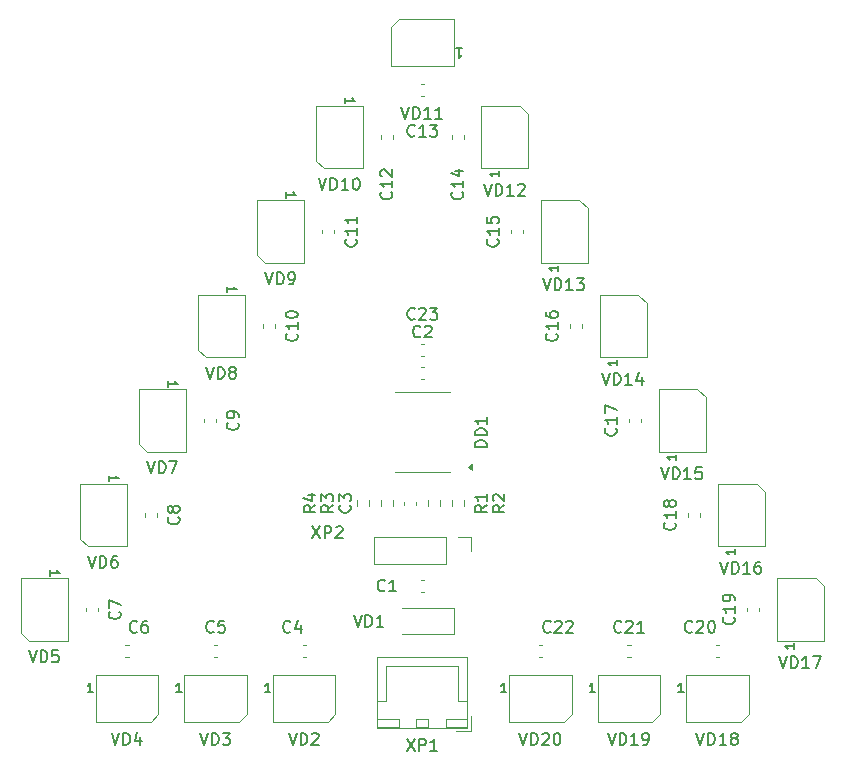
<source format=gto>
%TF.GenerationSoftware,KiCad,Pcbnew,9.0.5*%
%TF.CreationDate,2025-11-17T06:01:47+03:00*%
%TF.ProjectId,CHRISTMAS_RISC_V,43485249-5354-44d4-9153-5f524953435f,rev?*%
%TF.SameCoordinates,Original*%
%TF.FileFunction,Legend,Top*%
%TF.FilePolarity,Positive*%
%FSLAX46Y46*%
G04 Gerber Fmt 4.6, Leading zero omitted, Abs format (unit mm)*
G04 Created by KiCad (PCBNEW 9.0.5) date 2025-11-17 06:01:47*
%MOMM*%
%LPD*%
G01*
G04 APERTURE LIST*
%ADD10C,0.150000*%
%ADD11C,0.120000*%
G04 APERTURE END LIST*
D10*
X116690476Y-138454819D02*
X117023809Y-139454819D01*
X117023809Y-139454819D02*
X117357142Y-138454819D01*
X117690476Y-139454819D02*
X117690476Y-138454819D01*
X117690476Y-138454819D02*
X117928571Y-138454819D01*
X117928571Y-138454819D02*
X118071428Y-138502438D01*
X118071428Y-138502438D02*
X118166666Y-138597676D01*
X118166666Y-138597676D02*
X118214285Y-138692914D01*
X118214285Y-138692914D02*
X118261904Y-138883390D01*
X118261904Y-138883390D02*
X118261904Y-139026247D01*
X118261904Y-139026247D02*
X118214285Y-139216723D01*
X118214285Y-139216723D02*
X118166666Y-139311961D01*
X118166666Y-139311961D02*
X118071428Y-139407200D01*
X118071428Y-139407200D02*
X117928571Y-139454819D01*
X117928571Y-139454819D02*
X117690476Y-139454819D01*
X119166666Y-138454819D02*
X118690476Y-138454819D01*
X118690476Y-138454819D02*
X118642857Y-138931009D01*
X118642857Y-138931009D02*
X118690476Y-138883390D01*
X118690476Y-138883390D02*
X118785714Y-138835771D01*
X118785714Y-138835771D02*
X119023809Y-138835771D01*
X119023809Y-138835771D02*
X119119047Y-138883390D01*
X119119047Y-138883390D02*
X119166666Y-138931009D01*
X119166666Y-138931009D02*
X119214285Y-139026247D01*
X119214285Y-139026247D02*
X119214285Y-139264342D01*
X119214285Y-139264342D02*
X119166666Y-139359580D01*
X119166666Y-139359580D02*
X119119047Y-139407200D01*
X119119047Y-139407200D02*
X119023809Y-139454819D01*
X119023809Y-139454819D02*
X118785714Y-139454819D01*
X118785714Y-139454819D02*
X118690476Y-139407200D01*
X118690476Y-139407200D02*
X118642857Y-139359580D01*
X118487704Y-132128571D02*
X118487704Y-131671428D01*
X118487704Y-131900000D02*
X119287704Y-131900000D01*
X119287704Y-131900000D02*
X119173419Y-131823809D01*
X119173419Y-131823809D02*
X119097228Y-131747619D01*
X119097228Y-131747619D02*
X119059133Y-131671428D01*
X149357142Y-110359580D02*
X149309523Y-110407200D01*
X149309523Y-110407200D02*
X149166666Y-110454819D01*
X149166666Y-110454819D02*
X149071428Y-110454819D01*
X149071428Y-110454819D02*
X148928571Y-110407200D01*
X148928571Y-110407200D02*
X148833333Y-110311961D01*
X148833333Y-110311961D02*
X148785714Y-110216723D01*
X148785714Y-110216723D02*
X148738095Y-110026247D01*
X148738095Y-110026247D02*
X148738095Y-109883390D01*
X148738095Y-109883390D02*
X148785714Y-109692914D01*
X148785714Y-109692914D02*
X148833333Y-109597676D01*
X148833333Y-109597676D02*
X148928571Y-109502438D01*
X148928571Y-109502438D02*
X149071428Y-109454819D01*
X149071428Y-109454819D02*
X149166666Y-109454819D01*
X149166666Y-109454819D02*
X149309523Y-109502438D01*
X149309523Y-109502438D02*
X149357142Y-109550057D01*
X149738095Y-109550057D02*
X149785714Y-109502438D01*
X149785714Y-109502438D02*
X149880952Y-109454819D01*
X149880952Y-109454819D02*
X150119047Y-109454819D01*
X150119047Y-109454819D02*
X150214285Y-109502438D01*
X150214285Y-109502438D02*
X150261904Y-109550057D01*
X150261904Y-109550057D02*
X150309523Y-109645295D01*
X150309523Y-109645295D02*
X150309523Y-109740533D01*
X150309523Y-109740533D02*
X150261904Y-109883390D01*
X150261904Y-109883390D02*
X149690476Y-110454819D01*
X149690476Y-110454819D02*
X150309523Y-110454819D01*
X150642857Y-109454819D02*
X151261904Y-109454819D01*
X151261904Y-109454819D02*
X150928571Y-109835771D01*
X150928571Y-109835771D02*
X151071428Y-109835771D01*
X151071428Y-109835771D02*
X151166666Y-109883390D01*
X151166666Y-109883390D02*
X151214285Y-109931009D01*
X151214285Y-109931009D02*
X151261904Y-110026247D01*
X151261904Y-110026247D02*
X151261904Y-110264342D01*
X151261904Y-110264342D02*
X151214285Y-110359580D01*
X151214285Y-110359580D02*
X151166666Y-110407200D01*
X151166666Y-110407200D02*
X151071428Y-110454819D01*
X151071428Y-110454819D02*
X150785714Y-110454819D01*
X150785714Y-110454819D02*
X150690476Y-110407200D01*
X150690476Y-110407200D02*
X150642857Y-110359580D01*
X158214286Y-145454819D02*
X158547619Y-146454819D01*
X158547619Y-146454819D02*
X158880952Y-145454819D01*
X159214286Y-146454819D02*
X159214286Y-145454819D01*
X159214286Y-145454819D02*
X159452381Y-145454819D01*
X159452381Y-145454819D02*
X159595238Y-145502438D01*
X159595238Y-145502438D02*
X159690476Y-145597676D01*
X159690476Y-145597676D02*
X159738095Y-145692914D01*
X159738095Y-145692914D02*
X159785714Y-145883390D01*
X159785714Y-145883390D02*
X159785714Y-146026247D01*
X159785714Y-146026247D02*
X159738095Y-146216723D01*
X159738095Y-146216723D02*
X159690476Y-146311961D01*
X159690476Y-146311961D02*
X159595238Y-146407200D01*
X159595238Y-146407200D02*
X159452381Y-146454819D01*
X159452381Y-146454819D02*
X159214286Y-146454819D01*
X160166667Y-145550057D02*
X160214286Y-145502438D01*
X160214286Y-145502438D02*
X160309524Y-145454819D01*
X160309524Y-145454819D02*
X160547619Y-145454819D01*
X160547619Y-145454819D02*
X160642857Y-145502438D01*
X160642857Y-145502438D02*
X160690476Y-145550057D01*
X160690476Y-145550057D02*
X160738095Y-145645295D01*
X160738095Y-145645295D02*
X160738095Y-145740533D01*
X160738095Y-145740533D02*
X160690476Y-145883390D01*
X160690476Y-145883390D02*
X160119048Y-146454819D01*
X160119048Y-146454819D02*
X160738095Y-146454819D01*
X161357143Y-145454819D02*
X161452381Y-145454819D01*
X161452381Y-145454819D02*
X161547619Y-145502438D01*
X161547619Y-145502438D02*
X161595238Y-145550057D01*
X161595238Y-145550057D02*
X161642857Y-145645295D01*
X161642857Y-145645295D02*
X161690476Y-145835771D01*
X161690476Y-145835771D02*
X161690476Y-146073866D01*
X161690476Y-146073866D02*
X161642857Y-146264342D01*
X161642857Y-146264342D02*
X161595238Y-146359580D01*
X161595238Y-146359580D02*
X161547619Y-146407200D01*
X161547619Y-146407200D02*
X161452381Y-146454819D01*
X161452381Y-146454819D02*
X161357143Y-146454819D01*
X161357143Y-146454819D02*
X161261905Y-146407200D01*
X161261905Y-146407200D02*
X161214286Y-146359580D01*
X161214286Y-146359580D02*
X161166667Y-146264342D01*
X161166667Y-146264342D02*
X161119048Y-146073866D01*
X161119048Y-146073866D02*
X161119048Y-145835771D01*
X161119048Y-145835771D02*
X161166667Y-145645295D01*
X161166667Y-145645295D02*
X161214286Y-145550057D01*
X161214286Y-145550057D02*
X161261905Y-145502438D01*
X161261905Y-145502438D02*
X161357143Y-145454819D01*
X157128571Y-142012295D02*
X156671428Y-142012295D01*
X156900000Y-142012295D02*
X156900000Y-141212295D01*
X156900000Y-141212295D02*
X156823809Y-141326580D01*
X156823809Y-141326580D02*
X156747619Y-141402771D01*
X156747619Y-141402771D02*
X156671428Y-141440866D01*
X160857142Y-136859580D02*
X160809523Y-136907200D01*
X160809523Y-136907200D02*
X160666666Y-136954819D01*
X160666666Y-136954819D02*
X160571428Y-136954819D01*
X160571428Y-136954819D02*
X160428571Y-136907200D01*
X160428571Y-136907200D02*
X160333333Y-136811961D01*
X160333333Y-136811961D02*
X160285714Y-136716723D01*
X160285714Y-136716723D02*
X160238095Y-136526247D01*
X160238095Y-136526247D02*
X160238095Y-136383390D01*
X160238095Y-136383390D02*
X160285714Y-136192914D01*
X160285714Y-136192914D02*
X160333333Y-136097676D01*
X160333333Y-136097676D02*
X160428571Y-136002438D01*
X160428571Y-136002438D02*
X160571428Y-135954819D01*
X160571428Y-135954819D02*
X160666666Y-135954819D01*
X160666666Y-135954819D02*
X160809523Y-136002438D01*
X160809523Y-136002438D02*
X160857142Y-136050057D01*
X161238095Y-136050057D02*
X161285714Y-136002438D01*
X161285714Y-136002438D02*
X161380952Y-135954819D01*
X161380952Y-135954819D02*
X161619047Y-135954819D01*
X161619047Y-135954819D02*
X161714285Y-136002438D01*
X161714285Y-136002438D02*
X161761904Y-136050057D01*
X161761904Y-136050057D02*
X161809523Y-136145295D01*
X161809523Y-136145295D02*
X161809523Y-136240533D01*
X161809523Y-136240533D02*
X161761904Y-136383390D01*
X161761904Y-136383390D02*
X161190476Y-136954819D01*
X161190476Y-136954819D02*
X161809523Y-136954819D01*
X162190476Y-136050057D02*
X162238095Y-136002438D01*
X162238095Y-136002438D02*
X162333333Y-135954819D01*
X162333333Y-135954819D02*
X162571428Y-135954819D01*
X162571428Y-135954819D02*
X162666666Y-136002438D01*
X162666666Y-136002438D02*
X162714285Y-136050057D01*
X162714285Y-136050057D02*
X162761904Y-136145295D01*
X162761904Y-136145295D02*
X162761904Y-136240533D01*
X162761904Y-136240533D02*
X162714285Y-136383390D01*
X162714285Y-136383390D02*
X162142857Y-136954819D01*
X162142857Y-136954819D02*
X162761904Y-136954819D01*
X140690476Y-127954819D02*
X141357142Y-128954819D01*
X141357142Y-127954819D02*
X140690476Y-128954819D01*
X141738095Y-128954819D02*
X141738095Y-127954819D01*
X141738095Y-127954819D02*
X142119047Y-127954819D01*
X142119047Y-127954819D02*
X142214285Y-128002438D01*
X142214285Y-128002438D02*
X142261904Y-128050057D01*
X142261904Y-128050057D02*
X142309523Y-128145295D01*
X142309523Y-128145295D02*
X142309523Y-128288152D01*
X142309523Y-128288152D02*
X142261904Y-128383390D01*
X142261904Y-128383390D02*
X142214285Y-128431009D01*
X142214285Y-128431009D02*
X142119047Y-128478628D01*
X142119047Y-128478628D02*
X141738095Y-128478628D01*
X142690476Y-128050057D02*
X142738095Y-128002438D01*
X142738095Y-128002438D02*
X142833333Y-127954819D01*
X142833333Y-127954819D02*
X143071428Y-127954819D01*
X143071428Y-127954819D02*
X143166666Y-128002438D01*
X143166666Y-128002438D02*
X143214285Y-128050057D01*
X143214285Y-128050057D02*
X143261904Y-128145295D01*
X143261904Y-128145295D02*
X143261904Y-128240533D01*
X143261904Y-128240533D02*
X143214285Y-128383390D01*
X143214285Y-128383390D02*
X142642857Y-128954819D01*
X142642857Y-128954819D02*
X143261904Y-128954819D01*
X148690476Y-145954819D02*
X149357142Y-146954819D01*
X149357142Y-145954819D02*
X148690476Y-146954819D01*
X149738095Y-146954819D02*
X149738095Y-145954819D01*
X149738095Y-145954819D02*
X150119047Y-145954819D01*
X150119047Y-145954819D02*
X150214285Y-146002438D01*
X150214285Y-146002438D02*
X150261904Y-146050057D01*
X150261904Y-146050057D02*
X150309523Y-146145295D01*
X150309523Y-146145295D02*
X150309523Y-146288152D01*
X150309523Y-146288152D02*
X150261904Y-146383390D01*
X150261904Y-146383390D02*
X150214285Y-146431009D01*
X150214285Y-146431009D02*
X150119047Y-146478628D01*
X150119047Y-146478628D02*
X149738095Y-146478628D01*
X151261904Y-146954819D02*
X150690476Y-146954819D01*
X150976190Y-146954819D02*
X150976190Y-145954819D01*
X150976190Y-145954819D02*
X150880952Y-146097676D01*
X150880952Y-146097676D02*
X150785714Y-146192914D01*
X150785714Y-146192914D02*
X150690476Y-146240533D01*
X165714286Y-145454819D02*
X166047619Y-146454819D01*
X166047619Y-146454819D02*
X166380952Y-145454819D01*
X166714286Y-146454819D02*
X166714286Y-145454819D01*
X166714286Y-145454819D02*
X166952381Y-145454819D01*
X166952381Y-145454819D02*
X167095238Y-145502438D01*
X167095238Y-145502438D02*
X167190476Y-145597676D01*
X167190476Y-145597676D02*
X167238095Y-145692914D01*
X167238095Y-145692914D02*
X167285714Y-145883390D01*
X167285714Y-145883390D02*
X167285714Y-146026247D01*
X167285714Y-146026247D02*
X167238095Y-146216723D01*
X167238095Y-146216723D02*
X167190476Y-146311961D01*
X167190476Y-146311961D02*
X167095238Y-146407200D01*
X167095238Y-146407200D02*
X166952381Y-146454819D01*
X166952381Y-146454819D02*
X166714286Y-146454819D01*
X168238095Y-146454819D02*
X167666667Y-146454819D01*
X167952381Y-146454819D02*
X167952381Y-145454819D01*
X167952381Y-145454819D02*
X167857143Y-145597676D01*
X167857143Y-145597676D02*
X167761905Y-145692914D01*
X167761905Y-145692914D02*
X167666667Y-145740533D01*
X168714286Y-146454819D02*
X168904762Y-146454819D01*
X168904762Y-146454819D02*
X169000000Y-146407200D01*
X169000000Y-146407200D02*
X169047619Y-146359580D01*
X169047619Y-146359580D02*
X169142857Y-146216723D01*
X169142857Y-146216723D02*
X169190476Y-146026247D01*
X169190476Y-146026247D02*
X169190476Y-145645295D01*
X169190476Y-145645295D02*
X169142857Y-145550057D01*
X169142857Y-145550057D02*
X169095238Y-145502438D01*
X169095238Y-145502438D02*
X169000000Y-145454819D01*
X169000000Y-145454819D02*
X168809524Y-145454819D01*
X168809524Y-145454819D02*
X168714286Y-145502438D01*
X168714286Y-145502438D02*
X168666667Y-145550057D01*
X168666667Y-145550057D02*
X168619048Y-145645295D01*
X168619048Y-145645295D02*
X168619048Y-145883390D01*
X168619048Y-145883390D02*
X168666667Y-145978628D01*
X168666667Y-145978628D02*
X168714286Y-146026247D01*
X168714286Y-146026247D02*
X168809524Y-146073866D01*
X168809524Y-146073866D02*
X169000000Y-146073866D01*
X169000000Y-146073866D02*
X169095238Y-146026247D01*
X169095238Y-146026247D02*
X169142857Y-145978628D01*
X169142857Y-145978628D02*
X169190476Y-145883390D01*
X164628571Y-142012295D02*
X164171428Y-142012295D01*
X164400000Y-142012295D02*
X164400000Y-141212295D01*
X164400000Y-141212295D02*
X164323809Y-141326580D01*
X164323809Y-141326580D02*
X164247619Y-141402771D01*
X164247619Y-141402771D02*
X164171428Y-141440866D01*
X173214286Y-145454819D02*
X173547619Y-146454819D01*
X173547619Y-146454819D02*
X173880952Y-145454819D01*
X174214286Y-146454819D02*
X174214286Y-145454819D01*
X174214286Y-145454819D02*
X174452381Y-145454819D01*
X174452381Y-145454819D02*
X174595238Y-145502438D01*
X174595238Y-145502438D02*
X174690476Y-145597676D01*
X174690476Y-145597676D02*
X174738095Y-145692914D01*
X174738095Y-145692914D02*
X174785714Y-145883390D01*
X174785714Y-145883390D02*
X174785714Y-146026247D01*
X174785714Y-146026247D02*
X174738095Y-146216723D01*
X174738095Y-146216723D02*
X174690476Y-146311961D01*
X174690476Y-146311961D02*
X174595238Y-146407200D01*
X174595238Y-146407200D02*
X174452381Y-146454819D01*
X174452381Y-146454819D02*
X174214286Y-146454819D01*
X175738095Y-146454819D02*
X175166667Y-146454819D01*
X175452381Y-146454819D02*
X175452381Y-145454819D01*
X175452381Y-145454819D02*
X175357143Y-145597676D01*
X175357143Y-145597676D02*
X175261905Y-145692914D01*
X175261905Y-145692914D02*
X175166667Y-145740533D01*
X176309524Y-145883390D02*
X176214286Y-145835771D01*
X176214286Y-145835771D02*
X176166667Y-145788152D01*
X176166667Y-145788152D02*
X176119048Y-145692914D01*
X176119048Y-145692914D02*
X176119048Y-145645295D01*
X176119048Y-145645295D02*
X176166667Y-145550057D01*
X176166667Y-145550057D02*
X176214286Y-145502438D01*
X176214286Y-145502438D02*
X176309524Y-145454819D01*
X176309524Y-145454819D02*
X176500000Y-145454819D01*
X176500000Y-145454819D02*
X176595238Y-145502438D01*
X176595238Y-145502438D02*
X176642857Y-145550057D01*
X176642857Y-145550057D02*
X176690476Y-145645295D01*
X176690476Y-145645295D02*
X176690476Y-145692914D01*
X176690476Y-145692914D02*
X176642857Y-145788152D01*
X176642857Y-145788152D02*
X176595238Y-145835771D01*
X176595238Y-145835771D02*
X176500000Y-145883390D01*
X176500000Y-145883390D02*
X176309524Y-145883390D01*
X176309524Y-145883390D02*
X176214286Y-145931009D01*
X176214286Y-145931009D02*
X176166667Y-145978628D01*
X176166667Y-145978628D02*
X176119048Y-146073866D01*
X176119048Y-146073866D02*
X176119048Y-146264342D01*
X176119048Y-146264342D02*
X176166667Y-146359580D01*
X176166667Y-146359580D02*
X176214286Y-146407200D01*
X176214286Y-146407200D02*
X176309524Y-146454819D01*
X176309524Y-146454819D02*
X176500000Y-146454819D01*
X176500000Y-146454819D02*
X176595238Y-146407200D01*
X176595238Y-146407200D02*
X176642857Y-146359580D01*
X176642857Y-146359580D02*
X176690476Y-146264342D01*
X176690476Y-146264342D02*
X176690476Y-146073866D01*
X176690476Y-146073866D02*
X176642857Y-145978628D01*
X176642857Y-145978628D02*
X176595238Y-145931009D01*
X176595238Y-145931009D02*
X176500000Y-145883390D01*
X172128571Y-142012295D02*
X171671428Y-142012295D01*
X171900000Y-142012295D02*
X171900000Y-141212295D01*
X171900000Y-141212295D02*
X171823809Y-141326580D01*
X171823809Y-141326580D02*
X171747619Y-141402771D01*
X171747619Y-141402771D02*
X171671428Y-141440866D01*
X180214286Y-138954819D02*
X180547619Y-139954819D01*
X180547619Y-139954819D02*
X180880952Y-138954819D01*
X181214286Y-139954819D02*
X181214286Y-138954819D01*
X181214286Y-138954819D02*
X181452381Y-138954819D01*
X181452381Y-138954819D02*
X181595238Y-139002438D01*
X181595238Y-139002438D02*
X181690476Y-139097676D01*
X181690476Y-139097676D02*
X181738095Y-139192914D01*
X181738095Y-139192914D02*
X181785714Y-139383390D01*
X181785714Y-139383390D02*
X181785714Y-139526247D01*
X181785714Y-139526247D02*
X181738095Y-139716723D01*
X181738095Y-139716723D02*
X181690476Y-139811961D01*
X181690476Y-139811961D02*
X181595238Y-139907200D01*
X181595238Y-139907200D02*
X181452381Y-139954819D01*
X181452381Y-139954819D02*
X181214286Y-139954819D01*
X182738095Y-139954819D02*
X182166667Y-139954819D01*
X182452381Y-139954819D02*
X182452381Y-138954819D01*
X182452381Y-138954819D02*
X182357143Y-139097676D01*
X182357143Y-139097676D02*
X182261905Y-139192914D01*
X182261905Y-139192914D02*
X182166667Y-139240533D01*
X183071429Y-138954819D02*
X183738095Y-138954819D01*
X183738095Y-138954819D02*
X183309524Y-139954819D01*
X181512295Y-137871428D02*
X181512295Y-138328571D01*
X181512295Y-138099999D02*
X180712295Y-138099999D01*
X180712295Y-138099999D02*
X180826580Y-138176190D01*
X180826580Y-138176190D02*
X180902771Y-138252380D01*
X180902771Y-138252380D02*
X180940866Y-138328571D01*
X175214286Y-130954819D02*
X175547619Y-131954819D01*
X175547619Y-131954819D02*
X175880952Y-130954819D01*
X176214286Y-131954819D02*
X176214286Y-130954819D01*
X176214286Y-130954819D02*
X176452381Y-130954819D01*
X176452381Y-130954819D02*
X176595238Y-131002438D01*
X176595238Y-131002438D02*
X176690476Y-131097676D01*
X176690476Y-131097676D02*
X176738095Y-131192914D01*
X176738095Y-131192914D02*
X176785714Y-131383390D01*
X176785714Y-131383390D02*
X176785714Y-131526247D01*
X176785714Y-131526247D02*
X176738095Y-131716723D01*
X176738095Y-131716723D02*
X176690476Y-131811961D01*
X176690476Y-131811961D02*
X176595238Y-131907200D01*
X176595238Y-131907200D02*
X176452381Y-131954819D01*
X176452381Y-131954819D02*
X176214286Y-131954819D01*
X177738095Y-131954819D02*
X177166667Y-131954819D01*
X177452381Y-131954819D02*
X177452381Y-130954819D01*
X177452381Y-130954819D02*
X177357143Y-131097676D01*
X177357143Y-131097676D02*
X177261905Y-131192914D01*
X177261905Y-131192914D02*
X177166667Y-131240533D01*
X178595238Y-130954819D02*
X178404762Y-130954819D01*
X178404762Y-130954819D02*
X178309524Y-131002438D01*
X178309524Y-131002438D02*
X178261905Y-131050057D01*
X178261905Y-131050057D02*
X178166667Y-131192914D01*
X178166667Y-131192914D02*
X178119048Y-131383390D01*
X178119048Y-131383390D02*
X178119048Y-131764342D01*
X178119048Y-131764342D02*
X178166667Y-131859580D01*
X178166667Y-131859580D02*
X178214286Y-131907200D01*
X178214286Y-131907200D02*
X178309524Y-131954819D01*
X178309524Y-131954819D02*
X178500000Y-131954819D01*
X178500000Y-131954819D02*
X178595238Y-131907200D01*
X178595238Y-131907200D02*
X178642857Y-131859580D01*
X178642857Y-131859580D02*
X178690476Y-131764342D01*
X178690476Y-131764342D02*
X178690476Y-131526247D01*
X178690476Y-131526247D02*
X178642857Y-131431009D01*
X178642857Y-131431009D02*
X178595238Y-131383390D01*
X178595238Y-131383390D02*
X178500000Y-131335771D01*
X178500000Y-131335771D02*
X178309524Y-131335771D01*
X178309524Y-131335771D02*
X178214286Y-131383390D01*
X178214286Y-131383390D02*
X178166667Y-131431009D01*
X178166667Y-131431009D02*
X178119048Y-131526247D01*
X176512295Y-129871428D02*
X176512295Y-130328571D01*
X176512295Y-130099999D02*
X175712295Y-130099999D01*
X175712295Y-130099999D02*
X175826580Y-130176190D01*
X175826580Y-130176190D02*
X175902771Y-130252380D01*
X175902771Y-130252380D02*
X175940866Y-130328571D01*
X170214286Y-122954819D02*
X170547619Y-123954819D01*
X170547619Y-123954819D02*
X170880952Y-122954819D01*
X171214286Y-123954819D02*
X171214286Y-122954819D01*
X171214286Y-122954819D02*
X171452381Y-122954819D01*
X171452381Y-122954819D02*
X171595238Y-123002438D01*
X171595238Y-123002438D02*
X171690476Y-123097676D01*
X171690476Y-123097676D02*
X171738095Y-123192914D01*
X171738095Y-123192914D02*
X171785714Y-123383390D01*
X171785714Y-123383390D02*
X171785714Y-123526247D01*
X171785714Y-123526247D02*
X171738095Y-123716723D01*
X171738095Y-123716723D02*
X171690476Y-123811961D01*
X171690476Y-123811961D02*
X171595238Y-123907200D01*
X171595238Y-123907200D02*
X171452381Y-123954819D01*
X171452381Y-123954819D02*
X171214286Y-123954819D01*
X172738095Y-123954819D02*
X172166667Y-123954819D01*
X172452381Y-123954819D02*
X172452381Y-122954819D01*
X172452381Y-122954819D02*
X172357143Y-123097676D01*
X172357143Y-123097676D02*
X172261905Y-123192914D01*
X172261905Y-123192914D02*
X172166667Y-123240533D01*
X173642857Y-122954819D02*
X173166667Y-122954819D01*
X173166667Y-122954819D02*
X173119048Y-123431009D01*
X173119048Y-123431009D02*
X173166667Y-123383390D01*
X173166667Y-123383390D02*
X173261905Y-123335771D01*
X173261905Y-123335771D02*
X173500000Y-123335771D01*
X173500000Y-123335771D02*
X173595238Y-123383390D01*
X173595238Y-123383390D02*
X173642857Y-123431009D01*
X173642857Y-123431009D02*
X173690476Y-123526247D01*
X173690476Y-123526247D02*
X173690476Y-123764342D01*
X173690476Y-123764342D02*
X173642857Y-123859580D01*
X173642857Y-123859580D02*
X173595238Y-123907200D01*
X173595238Y-123907200D02*
X173500000Y-123954819D01*
X173500000Y-123954819D02*
X173261905Y-123954819D01*
X173261905Y-123954819D02*
X173166667Y-123907200D01*
X173166667Y-123907200D02*
X173119048Y-123859580D01*
X171512295Y-121871428D02*
X171512295Y-122328571D01*
X171512295Y-122099999D02*
X170712295Y-122099999D01*
X170712295Y-122099999D02*
X170826580Y-122176190D01*
X170826580Y-122176190D02*
X170902771Y-122252380D01*
X170902771Y-122252380D02*
X170940866Y-122328571D01*
X165214286Y-114954819D02*
X165547619Y-115954819D01*
X165547619Y-115954819D02*
X165880952Y-114954819D01*
X166214286Y-115954819D02*
X166214286Y-114954819D01*
X166214286Y-114954819D02*
X166452381Y-114954819D01*
X166452381Y-114954819D02*
X166595238Y-115002438D01*
X166595238Y-115002438D02*
X166690476Y-115097676D01*
X166690476Y-115097676D02*
X166738095Y-115192914D01*
X166738095Y-115192914D02*
X166785714Y-115383390D01*
X166785714Y-115383390D02*
X166785714Y-115526247D01*
X166785714Y-115526247D02*
X166738095Y-115716723D01*
X166738095Y-115716723D02*
X166690476Y-115811961D01*
X166690476Y-115811961D02*
X166595238Y-115907200D01*
X166595238Y-115907200D02*
X166452381Y-115954819D01*
X166452381Y-115954819D02*
X166214286Y-115954819D01*
X167738095Y-115954819D02*
X167166667Y-115954819D01*
X167452381Y-115954819D02*
X167452381Y-114954819D01*
X167452381Y-114954819D02*
X167357143Y-115097676D01*
X167357143Y-115097676D02*
X167261905Y-115192914D01*
X167261905Y-115192914D02*
X167166667Y-115240533D01*
X168595238Y-115288152D02*
X168595238Y-115954819D01*
X168357143Y-114907200D02*
X168119048Y-115621485D01*
X168119048Y-115621485D02*
X168738095Y-115621485D01*
X166512295Y-113871428D02*
X166512295Y-114328571D01*
X166512295Y-114099999D02*
X165712295Y-114099999D01*
X165712295Y-114099999D02*
X165826580Y-114176190D01*
X165826580Y-114176190D02*
X165902771Y-114252380D01*
X165902771Y-114252380D02*
X165940866Y-114328571D01*
X160214286Y-106954819D02*
X160547619Y-107954819D01*
X160547619Y-107954819D02*
X160880952Y-106954819D01*
X161214286Y-107954819D02*
X161214286Y-106954819D01*
X161214286Y-106954819D02*
X161452381Y-106954819D01*
X161452381Y-106954819D02*
X161595238Y-107002438D01*
X161595238Y-107002438D02*
X161690476Y-107097676D01*
X161690476Y-107097676D02*
X161738095Y-107192914D01*
X161738095Y-107192914D02*
X161785714Y-107383390D01*
X161785714Y-107383390D02*
X161785714Y-107526247D01*
X161785714Y-107526247D02*
X161738095Y-107716723D01*
X161738095Y-107716723D02*
X161690476Y-107811961D01*
X161690476Y-107811961D02*
X161595238Y-107907200D01*
X161595238Y-107907200D02*
X161452381Y-107954819D01*
X161452381Y-107954819D02*
X161214286Y-107954819D01*
X162738095Y-107954819D02*
X162166667Y-107954819D01*
X162452381Y-107954819D02*
X162452381Y-106954819D01*
X162452381Y-106954819D02*
X162357143Y-107097676D01*
X162357143Y-107097676D02*
X162261905Y-107192914D01*
X162261905Y-107192914D02*
X162166667Y-107240533D01*
X163071429Y-106954819D02*
X163690476Y-106954819D01*
X163690476Y-106954819D02*
X163357143Y-107335771D01*
X163357143Y-107335771D02*
X163500000Y-107335771D01*
X163500000Y-107335771D02*
X163595238Y-107383390D01*
X163595238Y-107383390D02*
X163642857Y-107431009D01*
X163642857Y-107431009D02*
X163690476Y-107526247D01*
X163690476Y-107526247D02*
X163690476Y-107764342D01*
X163690476Y-107764342D02*
X163642857Y-107859580D01*
X163642857Y-107859580D02*
X163595238Y-107907200D01*
X163595238Y-107907200D02*
X163500000Y-107954819D01*
X163500000Y-107954819D02*
X163214286Y-107954819D01*
X163214286Y-107954819D02*
X163119048Y-107907200D01*
X163119048Y-107907200D02*
X163071429Y-107859580D01*
X161512295Y-105871428D02*
X161512295Y-106328571D01*
X161512295Y-106099999D02*
X160712295Y-106099999D01*
X160712295Y-106099999D02*
X160826580Y-106176190D01*
X160826580Y-106176190D02*
X160902771Y-106252380D01*
X160902771Y-106252380D02*
X160940866Y-106328571D01*
X155214286Y-98954819D02*
X155547619Y-99954819D01*
X155547619Y-99954819D02*
X155880952Y-98954819D01*
X156214286Y-99954819D02*
X156214286Y-98954819D01*
X156214286Y-98954819D02*
X156452381Y-98954819D01*
X156452381Y-98954819D02*
X156595238Y-99002438D01*
X156595238Y-99002438D02*
X156690476Y-99097676D01*
X156690476Y-99097676D02*
X156738095Y-99192914D01*
X156738095Y-99192914D02*
X156785714Y-99383390D01*
X156785714Y-99383390D02*
X156785714Y-99526247D01*
X156785714Y-99526247D02*
X156738095Y-99716723D01*
X156738095Y-99716723D02*
X156690476Y-99811961D01*
X156690476Y-99811961D02*
X156595238Y-99907200D01*
X156595238Y-99907200D02*
X156452381Y-99954819D01*
X156452381Y-99954819D02*
X156214286Y-99954819D01*
X157738095Y-99954819D02*
X157166667Y-99954819D01*
X157452381Y-99954819D02*
X157452381Y-98954819D01*
X157452381Y-98954819D02*
X157357143Y-99097676D01*
X157357143Y-99097676D02*
X157261905Y-99192914D01*
X157261905Y-99192914D02*
X157166667Y-99240533D01*
X158119048Y-99050057D02*
X158166667Y-99002438D01*
X158166667Y-99002438D02*
X158261905Y-98954819D01*
X158261905Y-98954819D02*
X158500000Y-98954819D01*
X158500000Y-98954819D02*
X158595238Y-99002438D01*
X158595238Y-99002438D02*
X158642857Y-99050057D01*
X158642857Y-99050057D02*
X158690476Y-99145295D01*
X158690476Y-99145295D02*
X158690476Y-99240533D01*
X158690476Y-99240533D02*
X158642857Y-99383390D01*
X158642857Y-99383390D02*
X158071429Y-99954819D01*
X158071429Y-99954819D02*
X158690476Y-99954819D01*
X156512295Y-97871428D02*
X156512295Y-98328571D01*
X156512295Y-98099999D02*
X155712295Y-98099999D01*
X155712295Y-98099999D02*
X155826580Y-98176190D01*
X155826580Y-98176190D02*
X155902771Y-98252380D01*
X155902771Y-98252380D02*
X155940866Y-98328571D01*
X148214286Y-92454819D02*
X148547619Y-93454819D01*
X148547619Y-93454819D02*
X148880952Y-92454819D01*
X149214286Y-93454819D02*
X149214286Y-92454819D01*
X149214286Y-92454819D02*
X149452381Y-92454819D01*
X149452381Y-92454819D02*
X149595238Y-92502438D01*
X149595238Y-92502438D02*
X149690476Y-92597676D01*
X149690476Y-92597676D02*
X149738095Y-92692914D01*
X149738095Y-92692914D02*
X149785714Y-92883390D01*
X149785714Y-92883390D02*
X149785714Y-93026247D01*
X149785714Y-93026247D02*
X149738095Y-93216723D01*
X149738095Y-93216723D02*
X149690476Y-93311961D01*
X149690476Y-93311961D02*
X149595238Y-93407200D01*
X149595238Y-93407200D02*
X149452381Y-93454819D01*
X149452381Y-93454819D02*
X149214286Y-93454819D01*
X150738095Y-93454819D02*
X150166667Y-93454819D01*
X150452381Y-93454819D02*
X150452381Y-92454819D01*
X150452381Y-92454819D02*
X150357143Y-92597676D01*
X150357143Y-92597676D02*
X150261905Y-92692914D01*
X150261905Y-92692914D02*
X150166667Y-92740533D01*
X151690476Y-93454819D02*
X151119048Y-93454819D01*
X151404762Y-93454819D02*
X151404762Y-92454819D01*
X151404762Y-92454819D02*
X151309524Y-92597676D01*
X151309524Y-92597676D02*
X151214286Y-92692914D01*
X151214286Y-92692914D02*
X151119048Y-92740533D01*
X152871428Y-87487704D02*
X153328571Y-87487704D01*
X153099999Y-87487704D02*
X153099999Y-88287704D01*
X153099999Y-88287704D02*
X153176190Y-88173419D01*
X153176190Y-88173419D02*
X153252380Y-88097228D01*
X153252380Y-88097228D02*
X153328571Y-88059133D01*
X141214286Y-98454819D02*
X141547619Y-99454819D01*
X141547619Y-99454819D02*
X141880952Y-98454819D01*
X142214286Y-99454819D02*
X142214286Y-98454819D01*
X142214286Y-98454819D02*
X142452381Y-98454819D01*
X142452381Y-98454819D02*
X142595238Y-98502438D01*
X142595238Y-98502438D02*
X142690476Y-98597676D01*
X142690476Y-98597676D02*
X142738095Y-98692914D01*
X142738095Y-98692914D02*
X142785714Y-98883390D01*
X142785714Y-98883390D02*
X142785714Y-99026247D01*
X142785714Y-99026247D02*
X142738095Y-99216723D01*
X142738095Y-99216723D02*
X142690476Y-99311961D01*
X142690476Y-99311961D02*
X142595238Y-99407200D01*
X142595238Y-99407200D02*
X142452381Y-99454819D01*
X142452381Y-99454819D02*
X142214286Y-99454819D01*
X143738095Y-99454819D02*
X143166667Y-99454819D01*
X143452381Y-99454819D02*
X143452381Y-98454819D01*
X143452381Y-98454819D02*
X143357143Y-98597676D01*
X143357143Y-98597676D02*
X143261905Y-98692914D01*
X143261905Y-98692914D02*
X143166667Y-98740533D01*
X144357143Y-98454819D02*
X144452381Y-98454819D01*
X144452381Y-98454819D02*
X144547619Y-98502438D01*
X144547619Y-98502438D02*
X144595238Y-98550057D01*
X144595238Y-98550057D02*
X144642857Y-98645295D01*
X144642857Y-98645295D02*
X144690476Y-98835771D01*
X144690476Y-98835771D02*
X144690476Y-99073866D01*
X144690476Y-99073866D02*
X144642857Y-99264342D01*
X144642857Y-99264342D02*
X144595238Y-99359580D01*
X144595238Y-99359580D02*
X144547619Y-99407200D01*
X144547619Y-99407200D02*
X144452381Y-99454819D01*
X144452381Y-99454819D02*
X144357143Y-99454819D01*
X144357143Y-99454819D02*
X144261905Y-99407200D01*
X144261905Y-99407200D02*
X144214286Y-99359580D01*
X144214286Y-99359580D02*
X144166667Y-99264342D01*
X144166667Y-99264342D02*
X144119048Y-99073866D01*
X144119048Y-99073866D02*
X144119048Y-98835771D01*
X144119048Y-98835771D02*
X144166667Y-98645295D01*
X144166667Y-98645295D02*
X144214286Y-98550057D01*
X144214286Y-98550057D02*
X144261905Y-98502438D01*
X144261905Y-98502438D02*
X144357143Y-98454819D01*
X143487704Y-92128571D02*
X143487704Y-91671428D01*
X143487704Y-91900000D02*
X144287704Y-91900000D01*
X144287704Y-91900000D02*
X144173419Y-91823809D01*
X144173419Y-91823809D02*
X144097228Y-91747619D01*
X144097228Y-91747619D02*
X144059133Y-91671428D01*
X136690476Y-106454819D02*
X137023809Y-107454819D01*
X137023809Y-107454819D02*
X137357142Y-106454819D01*
X137690476Y-107454819D02*
X137690476Y-106454819D01*
X137690476Y-106454819D02*
X137928571Y-106454819D01*
X137928571Y-106454819D02*
X138071428Y-106502438D01*
X138071428Y-106502438D02*
X138166666Y-106597676D01*
X138166666Y-106597676D02*
X138214285Y-106692914D01*
X138214285Y-106692914D02*
X138261904Y-106883390D01*
X138261904Y-106883390D02*
X138261904Y-107026247D01*
X138261904Y-107026247D02*
X138214285Y-107216723D01*
X138214285Y-107216723D02*
X138166666Y-107311961D01*
X138166666Y-107311961D02*
X138071428Y-107407200D01*
X138071428Y-107407200D02*
X137928571Y-107454819D01*
X137928571Y-107454819D02*
X137690476Y-107454819D01*
X138738095Y-107454819D02*
X138928571Y-107454819D01*
X138928571Y-107454819D02*
X139023809Y-107407200D01*
X139023809Y-107407200D02*
X139071428Y-107359580D01*
X139071428Y-107359580D02*
X139166666Y-107216723D01*
X139166666Y-107216723D02*
X139214285Y-107026247D01*
X139214285Y-107026247D02*
X139214285Y-106645295D01*
X139214285Y-106645295D02*
X139166666Y-106550057D01*
X139166666Y-106550057D02*
X139119047Y-106502438D01*
X139119047Y-106502438D02*
X139023809Y-106454819D01*
X139023809Y-106454819D02*
X138833333Y-106454819D01*
X138833333Y-106454819D02*
X138738095Y-106502438D01*
X138738095Y-106502438D02*
X138690476Y-106550057D01*
X138690476Y-106550057D02*
X138642857Y-106645295D01*
X138642857Y-106645295D02*
X138642857Y-106883390D01*
X138642857Y-106883390D02*
X138690476Y-106978628D01*
X138690476Y-106978628D02*
X138738095Y-107026247D01*
X138738095Y-107026247D02*
X138833333Y-107073866D01*
X138833333Y-107073866D02*
X139023809Y-107073866D01*
X139023809Y-107073866D02*
X139119047Y-107026247D01*
X139119047Y-107026247D02*
X139166666Y-106978628D01*
X139166666Y-106978628D02*
X139214285Y-106883390D01*
X138487704Y-100128571D02*
X138487704Y-99671428D01*
X138487704Y-99900000D02*
X139287704Y-99900000D01*
X139287704Y-99900000D02*
X139173419Y-99823809D01*
X139173419Y-99823809D02*
X139097228Y-99747619D01*
X139097228Y-99747619D02*
X139059133Y-99671428D01*
X131690476Y-114454819D02*
X132023809Y-115454819D01*
X132023809Y-115454819D02*
X132357142Y-114454819D01*
X132690476Y-115454819D02*
X132690476Y-114454819D01*
X132690476Y-114454819D02*
X132928571Y-114454819D01*
X132928571Y-114454819D02*
X133071428Y-114502438D01*
X133071428Y-114502438D02*
X133166666Y-114597676D01*
X133166666Y-114597676D02*
X133214285Y-114692914D01*
X133214285Y-114692914D02*
X133261904Y-114883390D01*
X133261904Y-114883390D02*
X133261904Y-115026247D01*
X133261904Y-115026247D02*
X133214285Y-115216723D01*
X133214285Y-115216723D02*
X133166666Y-115311961D01*
X133166666Y-115311961D02*
X133071428Y-115407200D01*
X133071428Y-115407200D02*
X132928571Y-115454819D01*
X132928571Y-115454819D02*
X132690476Y-115454819D01*
X133833333Y-114883390D02*
X133738095Y-114835771D01*
X133738095Y-114835771D02*
X133690476Y-114788152D01*
X133690476Y-114788152D02*
X133642857Y-114692914D01*
X133642857Y-114692914D02*
X133642857Y-114645295D01*
X133642857Y-114645295D02*
X133690476Y-114550057D01*
X133690476Y-114550057D02*
X133738095Y-114502438D01*
X133738095Y-114502438D02*
X133833333Y-114454819D01*
X133833333Y-114454819D02*
X134023809Y-114454819D01*
X134023809Y-114454819D02*
X134119047Y-114502438D01*
X134119047Y-114502438D02*
X134166666Y-114550057D01*
X134166666Y-114550057D02*
X134214285Y-114645295D01*
X134214285Y-114645295D02*
X134214285Y-114692914D01*
X134214285Y-114692914D02*
X134166666Y-114788152D01*
X134166666Y-114788152D02*
X134119047Y-114835771D01*
X134119047Y-114835771D02*
X134023809Y-114883390D01*
X134023809Y-114883390D02*
X133833333Y-114883390D01*
X133833333Y-114883390D02*
X133738095Y-114931009D01*
X133738095Y-114931009D02*
X133690476Y-114978628D01*
X133690476Y-114978628D02*
X133642857Y-115073866D01*
X133642857Y-115073866D02*
X133642857Y-115264342D01*
X133642857Y-115264342D02*
X133690476Y-115359580D01*
X133690476Y-115359580D02*
X133738095Y-115407200D01*
X133738095Y-115407200D02*
X133833333Y-115454819D01*
X133833333Y-115454819D02*
X134023809Y-115454819D01*
X134023809Y-115454819D02*
X134119047Y-115407200D01*
X134119047Y-115407200D02*
X134166666Y-115359580D01*
X134166666Y-115359580D02*
X134214285Y-115264342D01*
X134214285Y-115264342D02*
X134214285Y-115073866D01*
X134214285Y-115073866D02*
X134166666Y-114978628D01*
X134166666Y-114978628D02*
X134119047Y-114931009D01*
X134119047Y-114931009D02*
X134023809Y-114883390D01*
X133487704Y-108128571D02*
X133487704Y-107671428D01*
X133487704Y-107900000D02*
X134287704Y-107900000D01*
X134287704Y-107900000D02*
X134173419Y-107823809D01*
X134173419Y-107823809D02*
X134097228Y-107747619D01*
X134097228Y-107747619D02*
X134059133Y-107671428D01*
X126690476Y-122454819D02*
X127023809Y-123454819D01*
X127023809Y-123454819D02*
X127357142Y-122454819D01*
X127690476Y-123454819D02*
X127690476Y-122454819D01*
X127690476Y-122454819D02*
X127928571Y-122454819D01*
X127928571Y-122454819D02*
X128071428Y-122502438D01*
X128071428Y-122502438D02*
X128166666Y-122597676D01*
X128166666Y-122597676D02*
X128214285Y-122692914D01*
X128214285Y-122692914D02*
X128261904Y-122883390D01*
X128261904Y-122883390D02*
X128261904Y-123026247D01*
X128261904Y-123026247D02*
X128214285Y-123216723D01*
X128214285Y-123216723D02*
X128166666Y-123311961D01*
X128166666Y-123311961D02*
X128071428Y-123407200D01*
X128071428Y-123407200D02*
X127928571Y-123454819D01*
X127928571Y-123454819D02*
X127690476Y-123454819D01*
X128595238Y-122454819D02*
X129261904Y-122454819D01*
X129261904Y-122454819D02*
X128833333Y-123454819D01*
X128487704Y-116128571D02*
X128487704Y-115671428D01*
X128487704Y-115900000D02*
X129287704Y-115900000D01*
X129287704Y-115900000D02*
X129173419Y-115823809D01*
X129173419Y-115823809D02*
X129097228Y-115747619D01*
X129097228Y-115747619D02*
X129059133Y-115671428D01*
X121690476Y-130454819D02*
X122023809Y-131454819D01*
X122023809Y-131454819D02*
X122357142Y-130454819D01*
X122690476Y-131454819D02*
X122690476Y-130454819D01*
X122690476Y-130454819D02*
X122928571Y-130454819D01*
X122928571Y-130454819D02*
X123071428Y-130502438D01*
X123071428Y-130502438D02*
X123166666Y-130597676D01*
X123166666Y-130597676D02*
X123214285Y-130692914D01*
X123214285Y-130692914D02*
X123261904Y-130883390D01*
X123261904Y-130883390D02*
X123261904Y-131026247D01*
X123261904Y-131026247D02*
X123214285Y-131216723D01*
X123214285Y-131216723D02*
X123166666Y-131311961D01*
X123166666Y-131311961D02*
X123071428Y-131407200D01*
X123071428Y-131407200D02*
X122928571Y-131454819D01*
X122928571Y-131454819D02*
X122690476Y-131454819D01*
X124119047Y-130454819D02*
X123928571Y-130454819D01*
X123928571Y-130454819D02*
X123833333Y-130502438D01*
X123833333Y-130502438D02*
X123785714Y-130550057D01*
X123785714Y-130550057D02*
X123690476Y-130692914D01*
X123690476Y-130692914D02*
X123642857Y-130883390D01*
X123642857Y-130883390D02*
X123642857Y-131264342D01*
X123642857Y-131264342D02*
X123690476Y-131359580D01*
X123690476Y-131359580D02*
X123738095Y-131407200D01*
X123738095Y-131407200D02*
X123833333Y-131454819D01*
X123833333Y-131454819D02*
X124023809Y-131454819D01*
X124023809Y-131454819D02*
X124119047Y-131407200D01*
X124119047Y-131407200D02*
X124166666Y-131359580D01*
X124166666Y-131359580D02*
X124214285Y-131264342D01*
X124214285Y-131264342D02*
X124214285Y-131026247D01*
X124214285Y-131026247D02*
X124166666Y-130931009D01*
X124166666Y-130931009D02*
X124119047Y-130883390D01*
X124119047Y-130883390D02*
X124023809Y-130835771D01*
X124023809Y-130835771D02*
X123833333Y-130835771D01*
X123833333Y-130835771D02*
X123738095Y-130883390D01*
X123738095Y-130883390D02*
X123690476Y-130931009D01*
X123690476Y-130931009D02*
X123642857Y-131026247D01*
X123487704Y-124128571D02*
X123487704Y-123671428D01*
X123487704Y-123900000D02*
X124287704Y-123900000D01*
X124287704Y-123900000D02*
X124173419Y-123823809D01*
X124173419Y-123823809D02*
X124097228Y-123747619D01*
X124097228Y-123747619D02*
X124059133Y-123671428D01*
X123690476Y-145454819D02*
X124023809Y-146454819D01*
X124023809Y-146454819D02*
X124357142Y-145454819D01*
X124690476Y-146454819D02*
X124690476Y-145454819D01*
X124690476Y-145454819D02*
X124928571Y-145454819D01*
X124928571Y-145454819D02*
X125071428Y-145502438D01*
X125071428Y-145502438D02*
X125166666Y-145597676D01*
X125166666Y-145597676D02*
X125214285Y-145692914D01*
X125214285Y-145692914D02*
X125261904Y-145883390D01*
X125261904Y-145883390D02*
X125261904Y-146026247D01*
X125261904Y-146026247D02*
X125214285Y-146216723D01*
X125214285Y-146216723D02*
X125166666Y-146311961D01*
X125166666Y-146311961D02*
X125071428Y-146407200D01*
X125071428Y-146407200D02*
X124928571Y-146454819D01*
X124928571Y-146454819D02*
X124690476Y-146454819D01*
X126119047Y-145788152D02*
X126119047Y-146454819D01*
X125880952Y-145407200D02*
X125642857Y-146121485D01*
X125642857Y-146121485D02*
X126261904Y-146121485D01*
X122128571Y-142012295D02*
X121671428Y-142012295D01*
X121900000Y-142012295D02*
X121900000Y-141212295D01*
X121900000Y-141212295D02*
X121823809Y-141326580D01*
X121823809Y-141326580D02*
X121747619Y-141402771D01*
X121747619Y-141402771D02*
X121671428Y-141440866D01*
X131190476Y-145454819D02*
X131523809Y-146454819D01*
X131523809Y-146454819D02*
X131857142Y-145454819D01*
X132190476Y-146454819D02*
X132190476Y-145454819D01*
X132190476Y-145454819D02*
X132428571Y-145454819D01*
X132428571Y-145454819D02*
X132571428Y-145502438D01*
X132571428Y-145502438D02*
X132666666Y-145597676D01*
X132666666Y-145597676D02*
X132714285Y-145692914D01*
X132714285Y-145692914D02*
X132761904Y-145883390D01*
X132761904Y-145883390D02*
X132761904Y-146026247D01*
X132761904Y-146026247D02*
X132714285Y-146216723D01*
X132714285Y-146216723D02*
X132666666Y-146311961D01*
X132666666Y-146311961D02*
X132571428Y-146407200D01*
X132571428Y-146407200D02*
X132428571Y-146454819D01*
X132428571Y-146454819D02*
X132190476Y-146454819D01*
X133095238Y-145454819D02*
X133714285Y-145454819D01*
X133714285Y-145454819D02*
X133380952Y-145835771D01*
X133380952Y-145835771D02*
X133523809Y-145835771D01*
X133523809Y-145835771D02*
X133619047Y-145883390D01*
X133619047Y-145883390D02*
X133666666Y-145931009D01*
X133666666Y-145931009D02*
X133714285Y-146026247D01*
X133714285Y-146026247D02*
X133714285Y-146264342D01*
X133714285Y-146264342D02*
X133666666Y-146359580D01*
X133666666Y-146359580D02*
X133619047Y-146407200D01*
X133619047Y-146407200D02*
X133523809Y-146454819D01*
X133523809Y-146454819D02*
X133238095Y-146454819D01*
X133238095Y-146454819D02*
X133142857Y-146407200D01*
X133142857Y-146407200D02*
X133095238Y-146359580D01*
X129628571Y-142012295D02*
X129171428Y-142012295D01*
X129400000Y-142012295D02*
X129400000Y-141212295D01*
X129400000Y-141212295D02*
X129323809Y-141326580D01*
X129323809Y-141326580D02*
X129247619Y-141402771D01*
X129247619Y-141402771D02*
X129171428Y-141440866D01*
X138690476Y-145454819D02*
X139023809Y-146454819D01*
X139023809Y-146454819D02*
X139357142Y-145454819D01*
X139690476Y-146454819D02*
X139690476Y-145454819D01*
X139690476Y-145454819D02*
X139928571Y-145454819D01*
X139928571Y-145454819D02*
X140071428Y-145502438D01*
X140071428Y-145502438D02*
X140166666Y-145597676D01*
X140166666Y-145597676D02*
X140214285Y-145692914D01*
X140214285Y-145692914D02*
X140261904Y-145883390D01*
X140261904Y-145883390D02*
X140261904Y-146026247D01*
X140261904Y-146026247D02*
X140214285Y-146216723D01*
X140214285Y-146216723D02*
X140166666Y-146311961D01*
X140166666Y-146311961D02*
X140071428Y-146407200D01*
X140071428Y-146407200D02*
X139928571Y-146454819D01*
X139928571Y-146454819D02*
X139690476Y-146454819D01*
X140642857Y-145550057D02*
X140690476Y-145502438D01*
X140690476Y-145502438D02*
X140785714Y-145454819D01*
X140785714Y-145454819D02*
X141023809Y-145454819D01*
X141023809Y-145454819D02*
X141119047Y-145502438D01*
X141119047Y-145502438D02*
X141166666Y-145550057D01*
X141166666Y-145550057D02*
X141214285Y-145645295D01*
X141214285Y-145645295D02*
X141214285Y-145740533D01*
X141214285Y-145740533D02*
X141166666Y-145883390D01*
X141166666Y-145883390D02*
X140595238Y-146454819D01*
X140595238Y-146454819D02*
X141214285Y-146454819D01*
X137128571Y-142012295D02*
X136671428Y-142012295D01*
X136900000Y-142012295D02*
X136900000Y-141212295D01*
X136900000Y-141212295D02*
X136823809Y-141326580D01*
X136823809Y-141326580D02*
X136747619Y-141402771D01*
X136747619Y-141402771D02*
X136671428Y-141440866D01*
X144190476Y-135454819D02*
X144523809Y-136454819D01*
X144523809Y-136454819D02*
X144857142Y-135454819D01*
X145190476Y-136454819D02*
X145190476Y-135454819D01*
X145190476Y-135454819D02*
X145428571Y-135454819D01*
X145428571Y-135454819D02*
X145571428Y-135502438D01*
X145571428Y-135502438D02*
X145666666Y-135597676D01*
X145666666Y-135597676D02*
X145714285Y-135692914D01*
X145714285Y-135692914D02*
X145761904Y-135883390D01*
X145761904Y-135883390D02*
X145761904Y-136026247D01*
X145761904Y-136026247D02*
X145714285Y-136216723D01*
X145714285Y-136216723D02*
X145666666Y-136311961D01*
X145666666Y-136311961D02*
X145571428Y-136407200D01*
X145571428Y-136407200D02*
X145428571Y-136454819D01*
X145428571Y-136454819D02*
X145190476Y-136454819D01*
X146714285Y-136454819D02*
X146142857Y-136454819D01*
X146428571Y-136454819D02*
X146428571Y-135454819D01*
X146428571Y-135454819D02*
X146333333Y-135597676D01*
X146333333Y-135597676D02*
X146238095Y-135692914D01*
X146238095Y-135692914D02*
X146142857Y-135740533D01*
X140954819Y-126166666D02*
X140478628Y-126499999D01*
X140954819Y-126738094D02*
X139954819Y-126738094D01*
X139954819Y-126738094D02*
X139954819Y-126357142D01*
X139954819Y-126357142D02*
X140002438Y-126261904D01*
X140002438Y-126261904D02*
X140050057Y-126214285D01*
X140050057Y-126214285D02*
X140145295Y-126166666D01*
X140145295Y-126166666D02*
X140288152Y-126166666D01*
X140288152Y-126166666D02*
X140383390Y-126214285D01*
X140383390Y-126214285D02*
X140431009Y-126261904D01*
X140431009Y-126261904D02*
X140478628Y-126357142D01*
X140478628Y-126357142D02*
X140478628Y-126738094D01*
X140288152Y-125309523D02*
X140954819Y-125309523D01*
X139907200Y-125547618D02*
X140621485Y-125785713D01*
X140621485Y-125785713D02*
X140621485Y-125166666D01*
X142454819Y-126166666D02*
X141978628Y-126499999D01*
X142454819Y-126738094D02*
X141454819Y-126738094D01*
X141454819Y-126738094D02*
X141454819Y-126357142D01*
X141454819Y-126357142D02*
X141502438Y-126261904D01*
X141502438Y-126261904D02*
X141550057Y-126214285D01*
X141550057Y-126214285D02*
X141645295Y-126166666D01*
X141645295Y-126166666D02*
X141788152Y-126166666D01*
X141788152Y-126166666D02*
X141883390Y-126214285D01*
X141883390Y-126214285D02*
X141931009Y-126261904D01*
X141931009Y-126261904D02*
X141978628Y-126357142D01*
X141978628Y-126357142D02*
X141978628Y-126738094D01*
X141454819Y-125833332D02*
X141454819Y-125214285D01*
X141454819Y-125214285D02*
X141835771Y-125547618D01*
X141835771Y-125547618D02*
X141835771Y-125404761D01*
X141835771Y-125404761D02*
X141883390Y-125309523D01*
X141883390Y-125309523D02*
X141931009Y-125261904D01*
X141931009Y-125261904D02*
X142026247Y-125214285D01*
X142026247Y-125214285D02*
X142264342Y-125214285D01*
X142264342Y-125214285D02*
X142359580Y-125261904D01*
X142359580Y-125261904D02*
X142407200Y-125309523D01*
X142407200Y-125309523D02*
X142454819Y-125404761D01*
X142454819Y-125404761D02*
X142454819Y-125690475D01*
X142454819Y-125690475D02*
X142407200Y-125785713D01*
X142407200Y-125785713D02*
X142359580Y-125833332D01*
X156954819Y-126166666D02*
X156478628Y-126499999D01*
X156954819Y-126738094D02*
X155954819Y-126738094D01*
X155954819Y-126738094D02*
X155954819Y-126357142D01*
X155954819Y-126357142D02*
X156002438Y-126261904D01*
X156002438Y-126261904D02*
X156050057Y-126214285D01*
X156050057Y-126214285D02*
X156145295Y-126166666D01*
X156145295Y-126166666D02*
X156288152Y-126166666D01*
X156288152Y-126166666D02*
X156383390Y-126214285D01*
X156383390Y-126214285D02*
X156431009Y-126261904D01*
X156431009Y-126261904D02*
X156478628Y-126357142D01*
X156478628Y-126357142D02*
X156478628Y-126738094D01*
X156050057Y-125785713D02*
X156002438Y-125738094D01*
X156002438Y-125738094D02*
X155954819Y-125642856D01*
X155954819Y-125642856D02*
X155954819Y-125404761D01*
X155954819Y-125404761D02*
X156002438Y-125309523D01*
X156002438Y-125309523D02*
X156050057Y-125261904D01*
X156050057Y-125261904D02*
X156145295Y-125214285D01*
X156145295Y-125214285D02*
X156240533Y-125214285D01*
X156240533Y-125214285D02*
X156383390Y-125261904D01*
X156383390Y-125261904D02*
X156954819Y-125833332D01*
X156954819Y-125833332D02*
X156954819Y-125214285D01*
X155454819Y-126166666D02*
X154978628Y-126499999D01*
X155454819Y-126738094D02*
X154454819Y-126738094D01*
X154454819Y-126738094D02*
X154454819Y-126357142D01*
X154454819Y-126357142D02*
X154502438Y-126261904D01*
X154502438Y-126261904D02*
X154550057Y-126214285D01*
X154550057Y-126214285D02*
X154645295Y-126166666D01*
X154645295Y-126166666D02*
X154788152Y-126166666D01*
X154788152Y-126166666D02*
X154883390Y-126214285D01*
X154883390Y-126214285D02*
X154931009Y-126261904D01*
X154931009Y-126261904D02*
X154978628Y-126357142D01*
X154978628Y-126357142D02*
X154978628Y-126738094D01*
X155454819Y-125214285D02*
X155454819Y-125785713D01*
X155454819Y-125499999D02*
X154454819Y-125499999D01*
X154454819Y-125499999D02*
X154597676Y-125595237D01*
X154597676Y-125595237D02*
X154692914Y-125690475D01*
X154692914Y-125690475D02*
X154740533Y-125785713D01*
X155454819Y-121238094D02*
X154454819Y-121238094D01*
X154454819Y-121238094D02*
X154454819Y-120999999D01*
X154454819Y-120999999D02*
X154502438Y-120857142D01*
X154502438Y-120857142D02*
X154597676Y-120761904D01*
X154597676Y-120761904D02*
X154692914Y-120714285D01*
X154692914Y-120714285D02*
X154883390Y-120666666D01*
X154883390Y-120666666D02*
X155026247Y-120666666D01*
X155026247Y-120666666D02*
X155216723Y-120714285D01*
X155216723Y-120714285D02*
X155311961Y-120761904D01*
X155311961Y-120761904D02*
X155407200Y-120857142D01*
X155407200Y-120857142D02*
X155454819Y-120999999D01*
X155454819Y-120999999D02*
X155454819Y-121238094D01*
X155454819Y-120238094D02*
X154454819Y-120238094D01*
X154454819Y-120238094D02*
X154454819Y-119999999D01*
X154454819Y-119999999D02*
X154502438Y-119857142D01*
X154502438Y-119857142D02*
X154597676Y-119761904D01*
X154597676Y-119761904D02*
X154692914Y-119714285D01*
X154692914Y-119714285D02*
X154883390Y-119666666D01*
X154883390Y-119666666D02*
X155026247Y-119666666D01*
X155026247Y-119666666D02*
X155216723Y-119714285D01*
X155216723Y-119714285D02*
X155311961Y-119761904D01*
X155311961Y-119761904D02*
X155407200Y-119857142D01*
X155407200Y-119857142D02*
X155454819Y-119999999D01*
X155454819Y-119999999D02*
X155454819Y-120238094D01*
X155454819Y-118714285D02*
X155454819Y-119285713D01*
X155454819Y-118999999D02*
X154454819Y-118999999D01*
X154454819Y-118999999D02*
X154597676Y-119095237D01*
X154597676Y-119095237D02*
X154692914Y-119190475D01*
X154692914Y-119190475D02*
X154740533Y-119285713D01*
X166857142Y-136859580D02*
X166809523Y-136907200D01*
X166809523Y-136907200D02*
X166666666Y-136954819D01*
X166666666Y-136954819D02*
X166571428Y-136954819D01*
X166571428Y-136954819D02*
X166428571Y-136907200D01*
X166428571Y-136907200D02*
X166333333Y-136811961D01*
X166333333Y-136811961D02*
X166285714Y-136716723D01*
X166285714Y-136716723D02*
X166238095Y-136526247D01*
X166238095Y-136526247D02*
X166238095Y-136383390D01*
X166238095Y-136383390D02*
X166285714Y-136192914D01*
X166285714Y-136192914D02*
X166333333Y-136097676D01*
X166333333Y-136097676D02*
X166428571Y-136002438D01*
X166428571Y-136002438D02*
X166571428Y-135954819D01*
X166571428Y-135954819D02*
X166666666Y-135954819D01*
X166666666Y-135954819D02*
X166809523Y-136002438D01*
X166809523Y-136002438D02*
X166857142Y-136050057D01*
X167238095Y-136050057D02*
X167285714Y-136002438D01*
X167285714Y-136002438D02*
X167380952Y-135954819D01*
X167380952Y-135954819D02*
X167619047Y-135954819D01*
X167619047Y-135954819D02*
X167714285Y-136002438D01*
X167714285Y-136002438D02*
X167761904Y-136050057D01*
X167761904Y-136050057D02*
X167809523Y-136145295D01*
X167809523Y-136145295D02*
X167809523Y-136240533D01*
X167809523Y-136240533D02*
X167761904Y-136383390D01*
X167761904Y-136383390D02*
X167190476Y-136954819D01*
X167190476Y-136954819D02*
X167809523Y-136954819D01*
X168761904Y-136954819D02*
X168190476Y-136954819D01*
X168476190Y-136954819D02*
X168476190Y-135954819D01*
X168476190Y-135954819D02*
X168380952Y-136097676D01*
X168380952Y-136097676D02*
X168285714Y-136192914D01*
X168285714Y-136192914D02*
X168190476Y-136240533D01*
X172857142Y-136859580D02*
X172809523Y-136907200D01*
X172809523Y-136907200D02*
X172666666Y-136954819D01*
X172666666Y-136954819D02*
X172571428Y-136954819D01*
X172571428Y-136954819D02*
X172428571Y-136907200D01*
X172428571Y-136907200D02*
X172333333Y-136811961D01*
X172333333Y-136811961D02*
X172285714Y-136716723D01*
X172285714Y-136716723D02*
X172238095Y-136526247D01*
X172238095Y-136526247D02*
X172238095Y-136383390D01*
X172238095Y-136383390D02*
X172285714Y-136192914D01*
X172285714Y-136192914D02*
X172333333Y-136097676D01*
X172333333Y-136097676D02*
X172428571Y-136002438D01*
X172428571Y-136002438D02*
X172571428Y-135954819D01*
X172571428Y-135954819D02*
X172666666Y-135954819D01*
X172666666Y-135954819D02*
X172809523Y-136002438D01*
X172809523Y-136002438D02*
X172857142Y-136050057D01*
X173238095Y-136050057D02*
X173285714Y-136002438D01*
X173285714Y-136002438D02*
X173380952Y-135954819D01*
X173380952Y-135954819D02*
X173619047Y-135954819D01*
X173619047Y-135954819D02*
X173714285Y-136002438D01*
X173714285Y-136002438D02*
X173761904Y-136050057D01*
X173761904Y-136050057D02*
X173809523Y-136145295D01*
X173809523Y-136145295D02*
X173809523Y-136240533D01*
X173809523Y-136240533D02*
X173761904Y-136383390D01*
X173761904Y-136383390D02*
X173190476Y-136954819D01*
X173190476Y-136954819D02*
X173809523Y-136954819D01*
X174428571Y-135954819D02*
X174523809Y-135954819D01*
X174523809Y-135954819D02*
X174619047Y-136002438D01*
X174619047Y-136002438D02*
X174666666Y-136050057D01*
X174666666Y-136050057D02*
X174714285Y-136145295D01*
X174714285Y-136145295D02*
X174761904Y-136335771D01*
X174761904Y-136335771D02*
X174761904Y-136573866D01*
X174761904Y-136573866D02*
X174714285Y-136764342D01*
X174714285Y-136764342D02*
X174666666Y-136859580D01*
X174666666Y-136859580D02*
X174619047Y-136907200D01*
X174619047Y-136907200D02*
X174523809Y-136954819D01*
X174523809Y-136954819D02*
X174428571Y-136954819D01*
X174428571Y-136954819D02*
X174333333Y-136907200D01*
X174333333Y-136907200D02*
X174285714Y-136859580D01*
X174285714Y-136859580D02*
X174238095Y-136764342D01*
X174238095Y-136764342D02*
X174190476Y-136573866D01*
X174190476Y-136573866D02*
X174190476Y-136335771D01*
X174190476Y-136335771D02*
X174238095Y-136145295D01*
X174238095Y-136145295D02*
X174285714Y-136050057D01*
X174285714Y-136050057D02*
X174333333Y-136002438D01*
X174333333Y-136002438D02*
X174428571Y-135954819D01*
X176359580Y-135642857D02*
X176407200Y-135690476D01*
X176407200Y-135690476D02*
X176454819Y-135833333D01*
X176454819Y-135833333D02*
X176454819Y-135928571D01*
X176454819Y-135928571D02*
X176407200Y-136071428D01*
X176407200Y-136071428D02*
X176311961Y-136166666D01*
X176311961Y-136166666D02*
X176216723Y-136214285D01*
X176216723Y-136214285D02*
X176026247Y-136261904D01*
X176026247Y-136261904D02*
X175883390Y-136261904D01*
X175883390Y-136261904D02*
X175692914Y-136214285D01*
X175692914Y-136214285D02*
X175597676Y-136166666D01*
X175597676Y-136166666D02*
X175502438Y-136071428D01*
X175502438Y-136071428D02*
X175454819Y-135928571D01*
X175454819Y-135928571D02*
X175454819Y-135833333D01*
X175454819Y-135833333D02*
X175502438Y-135690476D01*
X175502438Y-135690476D02*
X175550057Y-135642857D01*
X176454819Y-134690476D02*
X176454819Y-135261904D01*
X176454819Y-134976190D02*
X175454819Y-134976190D01*
X175454819Y-134976190D02*
X175597676Y-135071428D01*
X175597676Y-135071428D02*
X175692914Y-135166666D01*
X175692914Y-135166666D02*
X175740533Y-135261904D01*
X176454819Y-134214285D02*
X176454819Y-134023809D01*
X176454819Y-134023809D02*
X176407200Y-133928571D01*
X176407200Y-133928571D02*
X176359580Y-133880952D01*
X176359580Y-133880952D02*
X176216723Y-133785714D01*
X176216723Y-133785714D02*
X176026247Y-133738095D01*
X176026247Y-133738095D02*
X175645295Y-133738095D01*
X175645295Y-133738095D02*
X175550057Y-133785714D01*
X175550057Y-133785714D02*
X175502438Y-133833333D01*
X175502438Y-133833333D02*
X175454819Y-133928571D01*
X175454819Y-133928571D02*
X175454819Y-134119047D01*
X175454819Y-134119047D02*
X175502438Y-134214285D01*
X175502438Y-134214285D02*
X175550057Y-134261904D01*
X175550057Y-134261904D02*
X175645295Y-134309523D01*
X175645295Y-134309523D02*
X175883390Y-134309523D01*
X175883390Y-134309523D02*
X175978628Y-134261904D01*
X175978628Y-134261904D02*
X176026247Y-134214285D01*
X176026247Y-134214285D02*
X176073866Y-134119047D01*
X176073866Y-134119047D02*
X176073866Y-133928571D01*
X176073866Y-133928571D02*
X176026247Y-133833333D01*
X176026247Y-133833333D02*
X175978628Y-133785714D01*
X175978628Y-133785714D02*
X175883390Y-133738095D01*
X171359580Y-127642857D02*
X171407200Y-127690476D01*
X171407200Y-127690476D02*
X171454819Y-127833333D01*
X171454819Y-127833333D02*
X171454819Y-127928571D01*
X171454819Y-127928571D02*
X171407200Y-128071428D01*
X171407200Y-128071428D02*
X171311961Y-128166666D01*
X171311961Y-128166666D02*
X171216723Y-128214285D01*
X171216723Y-128214285D02*
X171026247Y-128261904D01*
X171026247Y-128261904D02*
X170883390Y-128261904D01*
X170883390Y-128261904D02*
X170692914Y-128214285D01*
X170692914Y-128214285D02*
X170597676Y-128166666D01*
X170597676Y-128166666D02*
X170502438Y-128071428D01*
X170502438Y-128071428D02*
X170454819Y-127928571D01*
X170454819Y-127928571D02*
X170454819Y-127833333D01*
X170454819Y-127833333D02*
X170502438Y-127690476D01*
X170502438Y-127690476D02*
X170550057Y-127642857D01*
X171454819Y-126690476D02*
X171454819Y-127261904D01*
X171454819Y-126976190D02*
X170454819Y-126976190D01*
X170454819Y-126976190D02*
X170597676Y-127071428D01*
X170597676Y-127071428D02*
X170692914Y-127166666D01*
X170692914Y-127166666D02*
X170740533Y-127261904D01*
X170883390Y-126119047D02*
X170835771Y-126214285D01*
X170835771Y-126214285D02*
X170788152Y-126261904D01*
X170788152Y-126261904D02*
X170692914Y-126309523D01*
X170692914Y-126309523D02*
X170645295Y-126309523D01*
X170645295Y-126309523D02*
X170550057Y-126261904D01*
X170550057Y-126261904D02*
X170502438Y-126214285D01*
X170502438Y-126214285D02*
X170454819Y-126119047D01*
X170454819Y-126119047D02*
X170454819Y-125928571D01*
X170454819Y-125928571D02*
X170502438Y-125833333D01*
X170502438Y-125833333D02*
X170550057Y-125785714D01*
X170550057Y-125785714D02*
X170645295Y-125738095D01*
X170645295Y-125738095D02*
X170692914Y-125738095D01*
X170692914Y-125738095D02*
X170788152Y-125785714D01*
X170788152Y-125785714D02*
X170835771Y-125833333D01*
X170835771Y-125833333D02*
X170883390Y-125928571D01*
X170883390Y-125928571D02*
X170883390Y-126119047D01*
X170883390Y-126119047D02*
X170931009Y-126214285D01*
X170931009Y-126214285D02*
X170978628Y-126261904D01*
X170978628Y-126261904D02*
X171073866Y-126309523D01*
X171073866Y-126309523D02*
X171264342Y-126309523D01*
X171264342Y-126309523D02*
X171359580Y-126261904D01*
X171359580Y-126261904D02*
X171407200Y-126214285D01*
X171407200Y-126214285D02*
X171454819Y-126119047D01*
X171454819Y-126119047D02*
X171454819Y-125928571D01*
X171454819Y-125928571D02*
X171407200Y-125833333D01*
X171407200Y-125833333D02*
X171359580Y-125785714D01*
X171359580Y-125785714D02*
X171264342Y-125738095D01*
X171264342Y-125738095D02*
X171073866Y-125738095D01*
X171073866Y-125738095D02*
X170978628Y-125785714D01*
X170978628Y-125785714D02*
X170931009Y-125833333D01*
X170931009Y-125833333D02*
X170883390Y-125928571D01*
X166359580Y-119642857D02*
X166407200Y-119690476D01*
X166407200Y-119690476D02*
X166454819Y-119833333D01*
X166454819Y-119833333D02*
X166454819Y-119928571D01*
X166454819Y-119928571D02*
X166407200Y-120071428D01*
X166407200Y-120071428D02*
X166311961Y-120166666D01*
X166311961Y-120166666D02*
X166216723Y-120214285D01*
X166216723Y-120214285D02*
X166026247Y-120261904D01*
X166026247Y-120261904D02*
X165883390Y-120261904D01*
X165883390Y-120261904D02*
X165692914Y-120214285D01*
X165692914Y-120214285D02*
X165597676Y-120166666D01*
X165597676Y-120166666D02*
X165502438Y-120071428D01*
X165502438Y-120071428D02*
X165454819Y-119928571D01*
X165454819Y-119928571D02*
X165454819Y-119833333D01*
X165454819Y-119833333D02*
X165502438Y-119690476D01*
X165502438Y-119690476D02*
X165550057Y-119642857D01*
X166454819Y-118690476D02*
X166454819Y-119261904D01*
X166454819Y-118976190D02*
X165454819Y-118976190D01*
X165454819Y-118976190D02*
X165597676Y-119071428D01*
X165597676Y-119071428D02*
X165692914Y-119166666D01*
X165692914Y-119166666D02*
X165740533Y-119261904D01*
X165454819Y-118357142D02*
X165454819Y-117690476D01*
X165454819Y-117690476D02*
X166454819Y-118119047D01*
X161359580Y-111642857D02*
X161407200Y-111690476D01*
X161407200Y-111690476D02*
X161454819Y-111833333D01*
X161454819Y-111833333D02*
X161454819Y-111928571D01*
X161454819Y-111928571D02*
X161407200Y-112071428D01*
X161407200Y-112071428D02*
X161311961Y-112166666D01*
X161311961Y-112166666D02*
X161216723Y-112214285D01*
X161216723Y-112214285D02*
X161026247Y-112261904D01*
X161026247Y-112261904D02*
X160883390Y-112261904D01*
X160883390Y-112261904D02*
X160692914Y-112214285D01*
X160692914Y-112214285D02*
X160597676Y-112166666D01*
X160597676Y-112166666D02*
X160502438Y-112071428D01*
X160502438Y-112071428D02*
X160454819Y-111928571D01*
X160454819Y-111928571D02*
X160454819Y-111833333D01*
X160454819Y-111833333D02*
X160502438Y-111690476D01*
X160502438Y-111690476D02*
X160550057Y-111642857D01*
X161454819Y-110690476D02*
X161454819Y-111261904D01*
X161454819Y-110976190D02*
X160454819Y-110976190D01*
X160454819Y-110976190D02*
X160597676Y-111071428D01*
X160597676Y-111071428D02*
X160692914Y-111166666D01*
X160692914Y-111166666D02*
X160740533Y-111261904D01*
X160454819Y-109833333D02*
X160454819Y-110023809D01*
X160454819Y-110023809D02*
X160502438Y-110119047D01*
X160502438Y-110119047D02*
X160550057Y-110166666D01*
X160550057Y-110166666D02*
X160692914Y-110261904D01*
X160692914Y-110261904D02*
X160883390Y-110309523D01*
X160883390Y-110309523D02*
X161264342Y-110309523D01*
X161264342Y-110309523D02*
X161359580Y-110261904D01*
X161359580Y-110261904D02*
X161407200Y-110214285D01*
X161407200Y-110214285D02*
X161454819Y-110119047D01*
X161454819Y-110119047D02*
X161454819Y-109928571D01*
X161454819Y-109928571D02*
X161407200Y-109833333D01*
X161407200Y-109833333D02*
X161359580Y-109785714D01*
X161359580Y-109785714D02*
X161264342Y-109738095D01*
X161264342Y-109738095D02*
X161026247Y-109738095D01*
X161026247Y-109738095D02*
X160931009Y-109785714D01*
X160931009Y-109785714D02*
X160883390Y-109833333D01*
X160883390Y-109833333D02*
X160835771Y-109928571D01*
X160835771Y-109928571D02*
X160835771Y-110119047D01*
X160835771Y-110119047D02*
X160883390Y-110214285D01*
X160883390Y-110214285D02*
X160931009Y-110261904D01*
X160931009Y-110261904D02*
X161026247Y-110309523D01*
X156359580Y-103642857D02*
X156407200Y-103690476D01*
X156407200Y-103690476D02*
X156454819Y-103833333D01*
X156454819Y-103833333D02*
X156454819Y-103928571D01*
X156454819Y-103928571D02*
X156407200Y-104071428D01*
X156407200Y-104071428D02*
X156311961Y-104166666D01*
X156311961Y-104166666D02*
X156216723Y-104214285D01*
X156216723Y-104214285D02*
X156026247Y-104261904D01*
X156026247Y-104261904D02*
X155883390Y-104261904D01*
X155883390Y-104261904D02*
X155692914Y-104214285D01*
X155692914Y-104214285D02*
X155597676Y-104166666D01*
X155597676Y-104166666D02*
X155502438Y-104071428D01*
X155502438Y-104071428D02*
X155454819Y-103928571D01*
X155454819Y-103928571D02*
X155454819Y-103833333D01*
X155454819Y-103833333D02*
X155502438Y-103690476D01*
X155502438Y-103690476D02*
X155550057Y-103642857D01*
X156454819Y-102690476D02*
X156454819Y-103261904D01*
X156454819Y-102976190D02*
X155454819Y-102976190D01*
X155454819Y-102976190D02*
X155597676Y-103071428D01*
X155597676Y-103071428D02*
X155692914Y-103166666D01*
X155692914Y-103166666D02*
X155740533Y-103261904D01*
X155454819Y-101785714D02*
X155454819Y-102261904D01*
X155454819Y-102261904D02*
X155931009Y-102309523D01*
X155931009Y-102309523D02*
X155883390Y-102261904D01*
X155883390Y-102261904D02*
X155835771Y-102166666D01*
X155835771Y-102166666D02*
X155835771Y-101928571D01*
X155835771Y-101928571D02*
X155883390Y-101833333D01*
X155883390Y-101833333D02*
X155931009Y-101785714D01*
X155931009Y-101785714D02*
X156026247Y-101738095D01*
X156026247Y-101738095D02*
X156264342Y-101738095D01*
X156264342Y-101738095D02*
X156359580Y-101785714D01*
X156359580Y-101785714D02*
X156407200Y-101833333D01*
X156407200Y-101833333D02*
X156454819Y-101928571D01*
X156454819Y-101928571D02*
X156454819Y-102166666D01*
X156454819Y-102166666D02*
X156407200Y-102261904D01*
X156407200Y-102261904D02*
X156359580Y-102309523D01*
X153359580Y-99642857D02*
X153407200Y-99690476D01*
X153407200Y-99690476D02*
X153454819Y-99833333D01*
X153454819Y-99833333D02*
X153454819Y-99928571D01*
X153454819Y-99928571D02*
X153407200Y-100071428D01*
X153407200Y-100071428D02*
X153311961Y-100166666D01*
X153311961Y-100166666D02*
X153216723Y-100214285D01*
X153216723Y-100214285D02*
X153026247Y-100261904D01*
X153026247Y-100261904D02*
X152883390Y-100261904D01*
X152883390Y-100261904D02*
X152692914Y-100214285D01*
X152692914Y-100214285D02*
X152597676Y-100166666D01*
X152597676Y-100166666D02*
X152502438Y-100071428D01*
X152502438Y-100071428D02*
X152454819Y-99928571D01*
X152454819Y-99928571D02*
X152454819Y-99833333D01*
X152454819Y-99833333D02*
X152502438Y-99690476D01*
X152502438Y-99690476D02*
X152550057Y-99642857D01*
X153454819Y-98690476D02*
X153454819Y-99261904D01*
X153454819Y-98976190D02*
X152454819Y-98976190D01*
X152454819Y-98976190D02*
X152597676Y-99071428D01*
X152597676Y-99071428D02*
X152692914Y-99166666D01*
X152692914Y-99166666D02*
X152740533Y-99261904D01*
X152788152Y-97833333D02*
X153454819Y-97833333D01*
X152407200Y-98071428D02*
X153121485Y-98309523D01*
X153121485Y-98309523D02*
X153121485Y-97690476D01*
X149357142Y-94859580D02*
X149309523Y-94907200D01*
X149309523Y-94907200D02*
X149166666Y-94954819D01*
X149166666Y-94954819D02*
X149071428Y-94954819D01*
X149071428Y-94954819D02*
X148928571Y-94907200D01*
X148928571Y-94907200D02*
X148833333Y-94811961D01*
X148833333Y-94811961D02*
X148785714Y-94716723D01*
X148785714Y-94716723D02*
X148738095Y-94526247D01*
X148738095Y-94526247D02*
X148738095Y-94383390D01*
X148738095Y-94383390D02*
X148785714Y-94192914D01*
X148785714Y-94192914D02*
X148833333Y-94097676D01*
X148833333Y-94097676D02*
X148928571Y-94002438D01*
X148928571Y-94002438D02*
X149071428Y-93954819D01*
X149071428Y-93954819D02*
X149166666Y-93954819D01*
X149166666Y-93954819D02*
X149309523Y-94002438D01*
X149309523Y-94002438D02*
X149357142Y-94050057D01*
X150309523Y-94954819D02*
X149738095Y-94954819D01*
X150023809Y-94954819D02*
X150023809Y-93954819D01*
X150023809Y-93954819D02*
X149928571Y-94097676D01*
X149928571Y-94097676D02*
X149833333Y-94192914D01*
X149833333Y-94192914D02*
X149738095Y-94240533D01*
X150642857Y-93954819D02*
X151261904Y-93954819D01*
X151261904Y-93954819D02*
X150928571Y-94335771D01*
X150928571Y-94335771D02*
X151071428Y-94335771D01*
X151071428Y-94335771D02*
X151166666Y-94383390D01*
X151166666Y-94383390D02*
X151214285Y-94431009D01*
X151214285Y-94431009D02*
X151261904Y-94526247D01*
X151261904Y-94526247D02*
X151261904Y-94764342D01*
X151261904Y-94764342D02*
X151214285Y-94859580D01*
X151214285Y-94859580D02*
X151166666Y-94907200D01*
X151166666Y-94907200D02*
X151071428Y-94954819D01*
X151071428Y-94954819D02*
X150785714Y-94954819D01*
X150785714Y-94954819D02*
X150690476Y-94907200D01*
X150690476Y-94907200D02*
X150642857Y-94859580D01*
X147359580Y-99642857D02*
X147407200Y-99690476D01*
X147407200Y-99690476D02*
X147454819Y-99833333D01*
X147454819Y-99833333D02*
X147454819Y-99928571D01*
X147454819Y-99928571D02*
X147407200Y-100071428D01*
X147407200Y-100071428D02*
X147311961Y-100166666D01*
X147311961Y-100166666D02*
X147216723Y-100214285D01*
X147216723Y-100214285D02*
X147026247Y-100261904D01*
X147026247Y-100261904D02*
X146883390Y-100261904D01*
X146883390Y-100261904D02*
X146692914Y-100214285D01*
X146692914Y-100214285D02*
X146597676Y-100166666D01*
X146597676Y-100166666D02*
X146502438Y-100071428D01*
X146502438Y-100071428D02*
X146454819Y-99928571D01*
X146454819Y-99928571D02*
X146454819Y-99833333D01*
X146454819Y-99833333D02*
X146502438Y-99690476D01*
X146502438Y-99690476D02*
X146550057Y-99642857D01*
X147454819Y-98690476D02*
X147454819Y-99261904D01*
X147454819Y-98976190D02*
X146454819Y-98976190D01*
X146454819Y-98976190D02*
X146597676Y-99071428D01*
X146597676Y-99071428D02*
X146692914Y-99166666D01*
X146692914Y-99166666D02*
X146740533Y-99261904D01*
X146550057Y-98309523D02*
X146502438Y-98261904D01*
X146502438Y-98261904D02*
X146454819Y-98166666D01*
X146454819Y-98166666D02*
X146454819Y-97928571D01*
X146454819Y-97928571D02*
X146502438Y-97833333D01*
X146502438Y-97833333D02*
X146550057Y-97785714D01*
X146550057Y-97785714D02*
X146645295Y-97738095D01*
X146645295Y-97738095D02*
X146740533Y-97738095D01*
X146740533Y-97738095D02*
X146883390Y-97785714D01*
X146883390Y-97785714D02*
X147454819Y-98357142D01*
X147454819Y-98357142D02*
X147454819Y-97738095D01*
X144359580Y-103642857D02*
X144407200Y-103690476D01*
X144407200Y-103690476D02*
X144454819Y-103833333D01*
X144454819Y-103833333D02*
X144454819Y-103928571D01*
X144454819Y-103928571D02*
X144407200Y-104071428D01*
X144407200Y-104071428D02*
X144311961Y-104166666D01*
X144311961Y-104166666D02*
X144216723Y-104214285D01*
X144216723Y-104214285D02*
X144026247Y-104261904D01*
X144026247Y-104261904D02*
X143883390Y-104261904D01*
X143883390Y-104261904D02*
X143692914Y-104214285D01*
X143692914Y-104214285D02*
X143597676Y-104166666D01*
X143597676Y-104166666D02*
X143502438Y-104071428D01*
X143502438Y-104071428D02*
X143454819Y-103928571D01*
X143454819Y-103928571D02*
X143454819Y-103833333D01*
X143454819Y-103833333D02*
X143502438Y-103690476D01*
X143502438Y-103690476D02*
X143550057Y-103642857D01*
X144454819Y-102690476D02*
X144454819Y-103261904D01*
X144454819Y-102976190D02*
X143454819Y-102976190D01*
X143454819Y-102976190D02*
X143597676Y-103071428D01*
X143597676Y-103071428D02*
X143692914Y-103166666D01*
X143692914Y-103166666D02*
X143740533Y-103261904D01*
X144454819Y-101738095D02*
X144454819Y-102309523D01*
X144454819Y-102023809D02*
X143454819Y-102023809D01*
X143454819Y-102023809D02*
X143597676Y-102119047D01*
X143597676Y-102119047D02*
X143692914Y-102214285D01*
X143692914Y-102214285D02*
X143740533Y-102309523D01*
X139359580Y-111642857D02*
X139407200Y-111690476D01*
X139407200Y-111690476D02*
X139454819Y-111833333D01*
X139454819Y-111833333D02*
X139454819Y-111928571D01*
X139454819Y-111928571D02*
X139407200Y-112071428D01*
X139407200Y-112071428D02*
X139311961Y-112166666D01*
X139311961Y-112166666D02*
X139216723Y-112214285D01*
X139216723Y-112214285D02*
X139026247Y-112261904D01*
X139026247Y-112261904D02*
X138883390Y-112261904D01*
X138883390Y-112261904D02*
X138692914Y-112214285D01*
X138692914Y-112214285D02*
X138597676Y-112166666D01*
X138597676Y-112166666D02*
X138502438Y-112071428D01*
X138502438Y-112071428D02*
X138454819Y-111928571D01*
X138454819Y-111928571D02*
X138454819Y-111833333D01*
X138454819Y-111833333D02*
X138502438Y-111690476D01*
X138502438Y-111690476D02*
X138550057Y-111642857D01*
X139454819Y-110690476D02*
X139454819Y-111261904D01*
X139454819Y-110976190D02*
X138454819Y-110976190D01*
X138454819Y-110976190D02*
X138597676Y-111071428D01*
X138597676Y-111071428D02*
X138692914Y-111166666D01*
X138692914Y-111166666D02*
X138740533Y-111261904D01*
X138454819Y-110071428D02*
X138454819Y-109976190D01*
X138454819Y-109976190D02*
X138502438Y-109880952D01*
X138502438Y-109880952D02*
X138550057Y-109833333D01*
X138550057Y-109833333D02*
X138645295Y-109785714D01*
X138645295Y-109785714D02*
X138835771Y-109738095D01*
X138835771Y-109738095D02*
X139073866Y-109738095D01*
X139073866Y-109738095D02*
X139264342Y-109785714D01*
X139264342Y-109785714D02*
X139359580Y-109833333D01*
X139359580Y-109833333D02*
X139407200Y-109880952D01*
X139407200Y-109880952D02*
X139454819Y-109976190D01*
X139454819Y-109976190D02*
X139454819Y-110071428D01*
X139454819Y-110071428D02*
X139407200Y-110166666D01*
X139407200Y-110166666D02*
X139359580Y-110214285D01*
X139359580Y-110214285D02*
X139264342Y-110261904D01*
X139264342Y-110261904D02*
X139073866Y-110309523D01*
X139073866Y-110309523D02*
X138835771Y-110309523D01*
X138835771Y-110309523D02*
X138645295Y-110261904D01*
X138645295Y-110261904D02*
X138550057Y-110214285D01*
X138550057Y-110214285D02*
X138502438Y-110166666D01*
X138502438Y-110166666D02*
X138454819Y-110071428D01*
X134359580Y-119166666D02*
X134407200Y-119214285D01*
X134407200Y-119214285D02*
X134454819Y-119357142D01*
X134454819Y-119357142D02*
X134454819Y-119452380D01*
X134454819Y-119452380D02*
X134407200Y-119595237D01*
X134407200Y-119595237D02*
X134311961Y-119690475D01*
X134311961Y-119690475D02*
X134216723Y-119738094D01*
X134216723Y-119738094D02*
X134026247Y-119785713D01*
X134026247Y-119785713D02*
X133883390Y-119785713D01*
X133883390Y-119785713D02*
X133692914Y-119738094D01*
X133692914Y-119738094D02*
X133597676Y-119690475D01*
X133597676Y-119690475D02*
X133502438Y-119595237D01*
X133502438Y-119595237D02*
X133454819Y-119452380D01*
X133454819Y-119452380D02*
X133454819Y-119357142D01*
X133454819Y-119357142D02*
X133502438Y-119214285D01*
X133502438Y-119214285D02*
X133550057Y-119166666D01*
X134454819Y-118690475D02*
X134454819Y-118499999D01*
X134454819Y-118499999D02*
X134407200Y-118404761D01*
X134407200Y-118404761D02*
X134359580Y-118357142D01*
X134359580Y-118357142D02*
X134216723Y-118261904D01*
X134216723Y-118261904D02*
X134026247Y-118214285D01*
X134026247Y-118214285D02*
X133645295Y-118214285D01*
X133645295Y-118214285D02*
X133550057Y-118261904D01*
X133550057Y-118261904D02*
X133502438Y-118309523D01*
X133502438Y-118309523D02*
X133454819Y-118404761D01*
X133454819Y-118404761D02*
X133454819Y-118595237D01*
X133454819Y-118595237D02*
X133502438Y-118690475D01*
X133502438Y-118690475D02*
X133550057Y-118738094D01*
X133550057Y-118738094D02*
X133645295Y-118785713D01*
X133645295Y-118785713D02*
X133883390Y-118785713D01*
X133883390Y-118785713D02*
X133978628Y-118738094D01*
X133978628Y-118738094D02*
X134026247Y-118690475D01*
X134026247Y-118690475D02*
X134073866Y-118595237D01*
X134073866Y-118595237D02*
X134073866Y-118404761D01*
X134073866Y-118404761D02*
X134026247Y-118309523D01*
X134026247Y-118309523D02*
X133978628Y-118261904D01*
X133978628Y-118261904D02*
X133883390Y-118214285D01*
X129359580Y-127166666D02*
X129407200Y-127214285D01*
X129407200Y-127214285D02*
X129454819Y-127357142D01*
X129454819Y-127357142D02*
X129454819Y-127452380D01*
X129454819Y-127452380D02*
X129407200Y-127595237D01*
X129407200Y-127595237D02*
X129311961Y-127690475D01*
X129311961Y-127690475D02*
X129216723Y-127738094D01*
X129216723Y-127738094D02*
X129026247Y-127785713D01*
X129026247Y-127785713D02*
X128883390Y-127785713D01*
X128883390Y-127785713D02*
X128692914Y-127738094D01*
X128692914Y-127738094D02*
X128597676Y-127690475D01*
X128597676Y-127690475D02*
X128502438Y-127595237D01*
X128502438Y-127595237D02*
X128454819Y-127452380D01*
X128454819Y-127452380D02*
X128454819Y-127357142D01*
X128454819Y-127357142D02*
X128502438Y-127214285D01*
X128502438Y-127214285D02*
X128550057Y-127166666D01*
X128883390Y-126595237D02*
X128835771Y-126690475D01*
X128835771Y-126690475D02*
X128788152Y-126738094D01*
X128788152Y-126738094D02*
X128692914Y-126785713D01*
X128692914Y-126785713D02*
X128645295Y-126785713D01*
X128645295Y-126785713D02*
X128550057Y-126738094D01*
X128550057Y-126738094D02*
X128502438Y-126690475D01*
X128502438Y-126690475D02*
X128454819Y-126595237D01*
X128454819Y-126595237D02*
X128454819Y-126404761D01*
X128454819Y-126404761D02*
X128502438Y-126309523D01*
X128502438Y-126309523D02*
X128550057Y-126261904D01*
X128550057Y-126261904D02*
X128645295Y-126214285D01*
X128645295Y-126214285D02*
X128692914Y-126214285D01*
X128692914Y-126214285D02*
X128788152Y-126261904D01*
X128788152Y-126261904D02*
X128835771Y-126309523D01*
X128835771Y-126309523D02*
X128883390Y-126404761D01*
X128883390Y-126404761D02*
X128883390Y-126595237D01*
X128883390Y-126595237D02*
X128931009Y-126690475D01*
X128931009Y-126690475D02*
X128978628Y-126738094D01*
X128978628Y-126738094D02*
X129073866Y-126785713D01*
X129073866Y-126785713D02*
X129264342Y-126785713D01*
X129264342Y-126785713D02*
X129359580Y-126738094D01*
X129359580Y-126738094D02*
X129407200Y-126690475D01*
X129407200Y-126690475D02*
X129454819Y-126595237D01*
X129454819Y-126595237D02*
X129454819Y-126404761D01*
X129454819Y-126404761D02*
X129407200Y-126309523D01*
X129407200Y-126309523D02*
X129359580Y-126261904D01*
X129359580Y-126261904D02*
X129264342Y-126214285D01*
X129264342Y-126214285D02*
X129073866Y-126214285D01*
X129073866Y-126214285D02*
X128978628Y-126261904D01*
X128978628Y-126261904D02*
X128931009Y-126309523D01*
X128931009Y-126309523D02*
X128883390Y-126404761D01*
X124359580Y-135166666D02*
X124407200Y-135214285D01*
X124407200Y-135214285D02*
X124454819Y-135357142D01*
X124454819Y-135357142D02*
X124454819Y-135452380D01*
X124454819Y-135452380D02*
X124407200Y-135595237D01*
X124407200Y-135595237D02*
X124311961Y-135690475D01*
X124311961Y-135690475D02*
X124216723Y-135738094D01*
X124216723Y-135738094D02*
X124026247Y-135785713D01*
X124026247Y-135785713D02*
X123883390Y-135785713D01*
X123883390Y-135785713D02*
X123692914Y-135738094D01*
X123692914Y-135738094D02*
X123597676Y-135690475D01*
X123597676Y-135690475D02*
X123502438Y-135595237D01*
X123502438Y-135595237D02*
X123454819Y-135452380D01*
X123454819Y-135452380D02*
X123454819Y-135357142D01*
X123454819Y-135357142D02*
X123502438Y-135214285D01*
X123502438Y-135214285D02*
X123550057Y-135166666D01*
X123454819Y-134833332D02*
X123454819Y-134166666D01*
X123454819Y-134166666D02*
X124454819Y-134595237D01*
X125833333Y-136859580D02*
X125785714Y-136907200D01*
X125785714Y-136907200D02*
X125642857Y-136954819D01*
X125642857Y-136954819D02*
X125547619Y-136954819D01*
X125547619Y-136954819D02*
X125404762Y-136907200D01*
X125404762Y-136907200D02*
X125309524Y-136811961D01*
X125309524Y-136811961D02*
X125261905Y-136716723D01*
X125261905Y-136716723D02*
X125214286Y-136526247D01*
X125214286Y-136526247D02*
X125214286Y-136383390D01*
X125214286Y-136383390D02*
X125261905Y-136192914D01*
X125261905Y-136192914D02*
X125309524Y-136097676D01*
X125309524Y-136097676D02*
X125404762Y-136002438D01*
X125404762Y-136002438D02*
X125547619Y-135954819D01*
X125547619Y-135954819D02*
X125642857Y-135954819D01*
X125642857Y-135954819D02*
X125785714Y-136002438D01*
X125785714Y-136002438D02*
X125833333Y-136050057D01*
X126690476Y-135954819D02*
X126500000Y-135954819D01*
X126500000Y-135954819D02*
X126404762Y-136002438D01*
X126404762Y-136002438D02*
X126357143Y-136050057D01*
X126357143Y-136050057D02*
X126261905Y-136192914D01*
X126261905Y-136192914D02*
X126214286Y-136383390D01*
X126214286Y-136383390D02*
X126214286Y-136764342D01*
X126214286Y-136764342D02*
X126261905Y-136859580D01*
X126261905Y-136859580D02*
X126309524Y-136907200D01*
X126309524Y-136907200D02*
X126404762Y-136954819D01*
X126404762Y-136954819D02*
X126595238Y-136954819D01*
X126595238Y-136954819D02*
X126690476Y-136907200D01*
X126690476Y-136907200D02*
X126738095Y-136859580D01*
X126738095Y-136859580D02*
X126785714Y-136764342D01*
X126785714Y-136764342D02*
X126785714Y-136526247D01*
X126785714Y-136526247D02*
X126738095Y-136431009D01*
X126738095Y-136431009D02*
X126690476Y-136383390D01*
X126690476Y-136383390D02*
X126595238Y-136335771D01*
X126595238Y-136335771D02*
X126404762Y-136335771D01*
X126404762Y-136335771D02*
X126309524Y-136383390D01*
X126309524Y-136383390D02*
X126261905Y-136431009D01*
X126261905Y-136431009D02*
X126214286Y-136526247D01*
X132333333Y-136859580D02*
X132285714Y-136907200D01*
X132285714Y-136907200D02*
X132142857Y-136954819D01*
X132142857Y-136954819D02*
X132047619Y-136954819D01*
X132047619Y-136954819D02*
X131904762Y-136907200D01*
X131904762Y-136907200D02*
X131809524Y-136811961D01*
X131809524Y-136811961D02*
X131761905Y-136716723D01*
X131761905Y-136716723D02*
X131714286Y-136526247D01*
X131714286Y-136526247D02*
X131714286Y-136383390D01*
X131714286Y-136383390D02*
X131761905Y-136192914D01*
X131761905Y-136192914D02*
X131809524Y-136097676D01*
X131809524Y-136097676D02*
X131904762Y-136002438D01*
X131904762Y-136002438D02*
X132047619Y-135954819D01*
X132047619Y-135954819D02*
X132142857Y-135954819D01*
X132142857Y-135954819D02*
X132285714Y-136002438D01*
X132285714Y-136002438D02*
X132333333Y-136050057D01*
X133238095Y-135954819D02*
X132761905Y-135954819D01*
X132761905Y-135954819D02*
X132714286Y-136431009D01*
X132714286Y-136431009D02*
X132761905Y-136383390D01*
X132761905Y-136383390D02*
X132857143Y-136335771D01*
X132857143Y-136335771D02*
X133095238Y-136335771D01*
X133095238Y-136335771D02*
X133190476Y-136383390D01*
X133190476Y-136383390D02*
X133238095Y-136431009D01*
X133238095Y-136431009D02*
X133285714Y-136526247D01*
X133285714Y-136526247D02*
X133285714Y-136764342D01*
X133285714Y-136764342D02*
X133238095Y-136859580D01*
X133238095Y-136859580D02*
X133190476Y-136907200D01*
X133190476Y-136907200D02*
X133095238Y-136954819D01*
X133095238Y-136954819D02*
X132857143Y-136954819D01*
X132857143Y-136954819D02*
X132761905Y-136907200D01*
X132761905Y-136907200D02*
X132714286Y-136859580D01*
X138833333Y-136859580D02*
X138785714Y-136907200D01*
X138785714Y-136907200D02*
X138642857Y-136954819D01*
X138642857Y-136954819D02*
X138547619Y-136954819D01*
X138547619Y-136954819D02*
X138404762Y-136907200D01*
X138404762Y-136907200D02*
X138309524Y-136811961D01*
X138309524Y-136811961D02*
X138261905Y-136716723D01*
X138261905Y-136716723D02*
X138214286Y-136526247D01*
X138214286Y-136526247D02*
X138214286Y-136383390D01*
X138214286Y-136383390D02*
X138261905Y-136192914D01*
X138261905Y-136192914D02*
X138309524Y-136097676D01*
X138309524Y-136097676D02*
X138404762Y-136002438D01*
X138404762Y-136002438D02*
X138547619Y-135954819D01*
X138547619Y-135954819D02*
X138642857Y-135954819D01*
X138642857Y-135954819D02*
X138785714Y-136002438D01*
X138785714Y-136002438D02*
X138833333Y-136050057D01*
X139690476Y-136288152D02*
X139690476Y-136954819D01*
X139452381Y-135907200D02*
X139214286Y-136621485D01*
X139214286Y-136621485D02*
X139833333Y-136621485D01*
X143859580Y-126166666D02*
X143907200Y-126214285D01*
X143907200Y-126214285D02*
X143954819Y-126357142D01*
X143954819Y-126357142D02*
X143954819Y-126452380D01*
X143954819Y-126452380D02*
X143907200Y-126595237D01*
X143907200Y-126595237D02*
X143811961Y-126690475D01*
X143811961Y-126690475D02*
X143716723Y-126738094D01*
X143716723Y-126738094D02*
X143526247Y-126785713D01*
X143526247Y-126785713D02*
X143383390Y-126785713D01*
X143383390Y-126785713D02*
X143192914Y-126738094D01*
X143192914Y-126738094D02*
X143097676Y-126690475D01*
X143097676Y-126690475D02*
X143002438Y-126595237D01*
X143002438Y-126595237D02*
X142954819Y-126452380D01*
X142954819Y-126452380D02*
X142954819Y-126357142D01*
X142954819Y-126357142D02*
X143002438Y-126214285D01*
X143002438Y-126214285D02*
X143050057Y-126166666D01*
X142954819Y-125833332D02*
X142954819Y-125214285D01*
X142954819Y-125214285D02*
X143335771Y-125547618D01*
X143335771Y-125547618D02*
X143335771Y-125404761D01*
X143335771Y-125404761D02*
X143383390Y-125309523D01*
X143383390Y-125309523D02*
X143431009Y-125261904D01*
X143431009Y-125261904D02*
X143526247Y-125214285D01*
X143526247Y-125214285D02*
X143764342Y-125214285D01*
X143764342Y-125214285D02*
X143859580Y-125261904D01*
X143859580Y-125261904D02*
X143907200Y-125309523D01*
X143907200Y-125309523D02*
X143954819Y-125404761D01*
X143954819Y-125404761D02*
X143954819Y-125690475D01*
X143954819Y-125690475D02*
X143907200Y-125785713D01*
X143907200Y-125785713D02*
X143859580Y-125833332D01*
X149833333Y-111859580D02*
X149785714Y-111907200D01*
X149785714Y-111907200D02*
X149642857Y-111954819D01*
X149642857Y-111954819D02*
X149547619Y-111954819D01*
X149547619Y-111954819D02*
X149404762Y-111907200D01*
X149404762Y-111907200D02*
X149309524Y-111811961D01*
X149309524Y-111811961D02*
X149261905Y-111716723D01*
X149261905Y-111716723D02*
X149214286Y-111526247D01*
X149214286Y-111526247D02*
X149214286Y-111383390D01*
X149214286Y-111383390D02*
X149261905Y-111192914D01*
X149261905Y-111192914D02*
X149309524Y-111097676D01*
X149309524Y-111097676D02*
X149404762Y-111002438D01*
X149404762Y-111002438D02*
X149547619Y-110954819D01*
X149547619Y-110954819D02*
X149642857Y-110954819D01*
X149642857Y-110954819D02*
X149785714Y-111002438D01*
X149785714Y-111002438D02*
X149833333Y-111050057D01*
X150214286Y-111050057D02*
X150261905Y-111002438D01*
X150261905Y-111002438D02*
X150357143Y-110954819D01*
X150357143Y-110954819D02*
X150595238Y-110954819D01*
X150595238Y-110954819D02*
X150690476Y-111002438D01*
X150690476Y-111002438D02*
X150738095Y-111050057D01*
X150738095Y-111050057D02*
X150785714Y-111145295D01*
X150785714Y-111145295D02*
X150785714Y-111240533D01*
X150785714Y-111240533D02*
X150738095Y-111383390D01*
X150738095Y-111383390D02*
X150166667Y-111954819D01*
X150166667Y-111954819D02*
X150785714Y-111954819D01*
X146833333Y-133359580D02*
X146785714Y-133407200D01*
X146785714Y-133407200D02*
X146642857Y-133454819D01*
X146642857Y-133454819D02*
X146547619Y-133454819D01*
X146547619Y-133454819D02*
X146404762Y-133407200D01*
X146404762Y-133407200D02*
X146309524Y-133311961D01*
X146309524Y-133311961D02*
X146261905Y-133216723D01*
X146261905Y-133216723D02*
X146214286Y-133026247D01*
X146214286Y-133026247D02*
X146214286Y-132883390D01*
X146214286Y-132883390D02*
X146261905Y-132692914D01*
X146261905Y-132692914D02*
X146309524Y-132597676D01*
X146309524Y-132597676D02*
X146404762Y-132502438D01*
X146404762Y-132502438D02*
X146547619Y-132454819D01*
X146547619Y-132454819D02*
X146642857Y-132454819D01*
X146642857Y-132454819D02*
X146785714Y-132502438D01*
X146785714Y-132502438D02*
X146833333Y-132550057D01*
X147785714Y-133454819D02*
X147214286Y-133454819D01*
X147500000Y-133454819D02*
X147500000Y-132454819D01*
X147500000Y-132454819D02*
X147404762Y-132597676D01*
X147404762Y-132597676D02*
X147309524Y-132692914D01*
X147309524Y-132692914D02*
X147214286Y-132740533D01*
D11*
%TO.C,VD5*%
X116700000Y-137650000D02*
X119990000Y-137650000D01*
X116700000Y-137650000D02*
X116010000Y-136990000D01*
X116010000Y-132350000D02*
X116010000Y-136990000D01*
X119990000Y-132350000D02*
X119990000Y-137650000D01*
X119990000Y-132350000D02*
X116010000Y-132350000D01*
%TO.C,C23*%
X149859420Y-112490000D02*
X150140580Y-112490000D01*
X149859420Y-113510000D02*
X150140580Y-113510000D01*
%TO.C,VD20*%
X157350000Y-140510000D02*
X157350000Y-144490000D01*
X157350000Y-140510000D02*
X162650000Y-140510000D01*
X157350000Y-144490000D02*
X161990000Y-144490000D01*
X162650000Y-143800000D02*
X161990000Y-144490000D01*
X162650000Y-143800000D02*
X162650000Y-140510000D01*
%TO.C,C22*%
X159859420Y-137990000D02*
X160140580Y-137990000D01*
X159859420Y-139010000D02*
X160140580Y-139010000D01*
%TO.C,XP2*%
X154110000Y-128890000D02*
X154110000Y-130000000D01*
X153000000Y-128890000D02*
X154110000Y-128890000D01*
X152000000Y-128890000D02*
X145890000Y-128890000D01*
X152000000Y-128890000D02*
X152000000Y-131110000D01*
X145890000Y-128890000D02*
X145890000Y-131110000D01*
X152000000Y-131110000D02*
X145890000Y-131110000D01*
%TO.C,XP1*%
X154100000Y-145275000D02*
X154100000Y-144025000D01*
X153810000Y-144985000D02*
X153810000Y-139015000D01*
X153810000Y-139015000D02*
X146190000Y-139015000D01*
X153800000Y-144975000D02*
X153800000Y-144225000D01*
X153800000Y-144225000D02*
X152000000Y-144225000D01*
X153800000Y-142725000D02*
X153050000Y-142725000D01*
X153050000Y-142725000D02*
X153050000Y-139775000D01*
X153050000Y-139775000D02*
X150000000Y-139775000D01*
X152850000Y-145275000D02*
X154100000Y-145275000D01*
X152000000Y-144975000D02*
X153800000Y-144975000D01*
X152000000Y-144225000D02*
X152000000Y-144975000D01*
X150500000Y-144975000D02*
X150500000Y-144225000D01*
X150500000Y-144225000D02*
X149500000Y-144225000D01*
X149500000Y-144975000D02*
X150500000Y-144975000D01*
X149500000Y-144225000D02*
X149500000Y-144975000D01*
X148000000Y-144975000D02*
X148000000Y-144225000D01*
X148000000Y-144225000D02*
X146200000Y-144225000D01*
X146950000Y-142725000D02*
X146950000Y-139775000D01*
X146950000Y-139775000D02*
X150000000Y-139775000D01*
X146200000Y-144975000D02*
X148000000Y-144975000D01*
X146200000Y-144225000D02*
X146200000Y-144975000D01*
X146200000Y-142725000D02*
X146950000Y-142725000D01*
X146190000Y-144985000D02*
X153810000Y-144985000D01*
X146190000Y-139015000D02*
X146190000Y-144985000D01*
%TO.C,VD19*%
X164850000Y-140510000D02*
X164850000Y-144490000D01*
X164850000Y-140510000D02*
X170150000Y-140510000D01*
X164850000Y-144490000D02*
X169490000Y-144490000D01*
X170150000Y-143800000D02*
X169490000Y-144490000D01*
X170150000Y-143800000D02*
X170150000Y-140510000D01*
%TO.C,VD18*%
X172350000Y-140510000D02*
X172350000Y-144490000D01*
X172350000Y-140510000D02*
X177650000Y-140510000D01*
X172350000Y-144490000D02*
X176990000Y-144490000D01*
X177650000Y-143800000D02*
X176990000Y-144490000D01*
X177650000Y-143800000D02*
X177650000Y-140510000D01*
%TO.C,VD17*%
X180010000Y-137650000D02*
X183990000Y-137650000D01*
X180010000Y-137650000D02*
X180010000Y-132350000D01*
X183990000Y-137650000D02*
X183990000Y-133010000D01*
X183300000Y-132350000D02*
X183990000Y-133010000D01*
X183300000Y-132350000D02*
X180010000Y-132350000D01*
%TO.C,VD16*%
X175010000Y-129650000D02*
X178990000Y-129650000D01*
X175010000Y-129650000D02*
X175010000Y-124350000D01*
X178990000Y-129650000D02*
X178990000Y-125010000D01*
X178300000Y-124350000D02*
X178990000Y-125010000D01*
X178300000Y-124350000D02*
X175010000Y-124350000D01*
%TO.C,VD15*%
X170010000Y-121650000D02*
X173990000Y-121650000D01*
X170010000Y-121650000D02*
X170010000Y-116350000D01*
X173990000Y-121650000D02*
X173990000Y-117010000D01*
X173300000Y-116350000D02*
X173990000Y-117010000D01*
X173300000Y-116350000D02*
X170010000Y-116350000D01*
%TO.C,VD14*%
X165010000Y-113650000D02*
X168990000Y-113650000D01*
X165010000Y-113650000D02*
X165010000Y-108350000D01*
X168990000Y-113650000D02*
X168990000Y-109010000D01*
X168300000Y-108350000D02*
X168990000Y-109010000D01*
X168300000Y-108350000D02*
X165010000Y-108350000D01*
%TO.C,VD13*%
X160010000Y-105650000D02*
X163990000Y-105650000D01*
X160010000Y-105650000D02*
X160010000Y-100350000D01*
X163990000Y-105650000D02*
X163990000Y-101010000D01*
X163300000Y-100350000D02*
X163990000Y-101010000D01*
X163300000Y-100350000D02*
X160010000Y-100350000D01*
%TO.C,VD12*%
X155010000Y-97650000D02*
X158990000Y-97650000D01*
X155010000Y-97650000D02*
X155010000Y-92350000D01*
X158990000Y-97650000D02*
X158990000Y-93010000D01*
X158300000Y-92350000D02*
X158990000Y-93010000D01*
X158300000Y-92350000D02*
X155010000Y-92350000D01*
%TO.C,VD11*%
X152650000Y-88990000D02*
X152650000Y-85010000D01*
X152650000Y-88990000D02*
X147350000Y-88990000D01*
X152650000Y-85010000D02*
X148010000Y-85010000D01*
X147350000Y-85700000D02*
X148010000Y-85010000D01*
X147350000Y-85700000D02*
X147350000Y-88990000D01*
%TO.C,VD10*%
X144990000Y-92350000D02*
X141010000Y-92350000D01*
X144990000Y-92350000D02*
X144990000Y-97650000D01*
X141010000Y-92350000D02*
X141010000Y-96990000D01*
X141700000Y-97650000D02*
X141010000Y-96990000D01*
X141700000Y-97650000D02*
X144990000Y-97650000D01*
%TO.C,VD9*%
X139990000Y-100350000D02*
X136010000Y-100350000D01*
X139990000Y-100350000D02*
X139990000Y-105650000D01*
X136010000Y-100350000D02*
X136010000Y-104990000D01*
X136700000Y-105650000D02*
X136010000Y-104990000D01*
X136700000Y-105650000D02*
X139990000Y-105650000D01*
%TO.C,VD8*%
X134990000Y-108350000D02*
X131010000Y-108350000D01*
X134990000Y-108350000D02*
X134990000Y-113650000D01*
X131010000Y-108350000D02*
X131010000Y-112990000D01*
X131700000Y-113650000D02*
X131010000Y-112990000D01*
X131700000Y-113650000D02*
X134990000Y-113650000D01*
%TO.C,VD7*%
X129990000Y-116350000D02*
X126010000Y-116350000D01*
X129990000Y-116350000D02*
X129990000Y-121650000D01*
X126010000Y-116350000D02*
X126010000Y-120990000D01*
X126700000Y-121650000D02*
X126010000Y-120990000D01*
X126700000Y-121650000D02*
X129990000Y-121650000D01*
%TO.C,VD6*%
X124990000Y-124350000D02*
X121010000Y-124350000D01*
X124990000Y-124350000D02*
X124990000Y-129650000D01*
X121010000Y-124350000D02*
X121010000Y-128990000D01*
X121700000Y-129650000D02*
X121010000Y-128990000D01*
X121700000Y-129650000D02*
X124990000Y-129650000D01*
%TO.C,VD4*%
X122350000Y-140510000D02*
X122350000Y-144490000D01*
X122350000Y-140510000D02*
X127650000Y-140510000D01*
X122350000Y-144490000D02*
X126990000Y-144490000D01*
X127650000Y-143800000D02*
X126990000Y-144490000D01*
X127650000Y-143800000D02*
X127650000Y-140510000D01*
%TO.C,VD3*%
X129850000Y-140510000D02*
X129850000Y-144490000D01*
X129850000Y-140510000D02*
X135150000Y-140510000D01*
X129850000Y-144490000D02*
X134490000Y-144490000D01*
X135150000Y-143800000D02*
X134490000Y-144490000D01*
X135150000Y-143800000D02*
X135150000Y-140510000D01*
%TO.C,VD2*%
X137350000Y-140510000D02*
X137350000Y-144490000D01*
X137350000Y-140510000D02*
X142650000Y-140510000D01*
X137350000Y-144490000D02*
X141990000Y-144490000D01*
X142650000Y-143800000D02*
X141990000Y-144490000D01*
X142650000Y-143800000D02*
X142650000Y-140510000D01*
%TO.C,VD1*%
X152660000Y-137110000D02*
X152660000Y-134890000D01*
X152660000Y-134890000D02*
X148250000Y-134890000D01*
X148250000Y-137110000D02*
X152660000Y-137110000D01*
%TO.C,R4*%
X145522500Y-125762742D02*
X145522500Y-126237258D01*
X144477500Y-125762742D02*
X144477500Y-126237258D01*
%TO.C,R3*%
X147522500Y-125762742D02*
X147522500Y-126237258D01*
X146477500Y-125762742D02*
X146477500Y-126237258D01*
%TO.C,R2*%
X153522500Y-125762742D02*
X153522500Y-126237258D01*
X152477500Y-125762742D02*
X152477500Y-126237258D01*
%TO.C,R1*%
X150477500Y-126237258D02*
X150477500Y-125762742D01*
X151522500Y-126237258D02*
X151522500Y-125762742D01*
%TO.C,DD1*%
X152310000Y-123385000D02*
X147690000Y-123385000D01*
X147690000Y-116615000D02*
X152310000Y-116615000D01*
X154190000Y-123170000D02*
X153860000Y-122930000D01*
X154190000Y-122690000D01*
X154190000Y-123170000D01*
G36*
X154190000Y-123170000D02*
G01*
X153860000Y-122930000D01*
X154190000Y-122690000D01*
X154190000Y-123170000D01*
G37*
%TO.C,C21*%
X167359420Y-137990000D02*
X167640580Y-137990000D01*
X167359420Y-139010000D02*
X167640580Y-139010000D01*
%TO.C,C20*%
X174859420Y-137990000D02*
X175140580Y-137990000D01*
X174859420Y-139010000D02*
X175140580Y-139010000D01*
%TO.C,C19*%
X177490000Y-135140580D02*
X177490000Y-134859420D01*
X178510000Y-135140580D02*
X178510000Y-134859420D01*
%TO.C,C18*%
X172490000Y-127140580D02*
X172490000Y-126859420D01*
X173510000Y-127140580D02*
X173510000Y-126859420D01*
%TO.C,C17*%
X167490000Y-119140580D02*
X167490000Y-118859420D01*
X168510000Y-119140580D02*
X168510000Y-118859420D01*
%TO.C,C16*%
X162490000Y-111140580D02*
X162490000Y-110859420D01*
X163510000Y-111140580D02*
X163510000Y-110859420D01*
%TO.C,C15*%
X157490000Y-103140580D02*
X157490000Y-102859420D01*
X158510000Y-103140580D02*
X158510000Y-102859420D01*
%TO.C,C14*%
X152490000Y-95140580D02*
X152490000Y-94859420D01*
X153510000Y-95140580D02*
X153510000Y-94859420D01*
%TO.C,C13*%
X150140580Y-91510000D02*
X149859420Y-91510000D01*
X150140580Y-90490000D02*
X149859420Y-90490000D01*
%TO.C,C12*%
X147510000Y-94859420D02*
X147510000Y-95140580D01*
X146490000Y-94859420D02*
X146490000Y-95140580D01*
%TO.C,C11*%
X142510000Y-102859420D02*
X142510000Y-103140580D01*
X141490000Y-102859420D02*
X141490000Y-103140580D01*
%TO.C,C10*%
X137510000Y-110859420D02*
X137510000Y-111140580D01*
X136490000Y-110859420D02*
X136490000Y-111140580D01*
%TO.C,C9*%
X132510000Y-118859420D02*
X132510000Y-119140580D01*
X131490000Y-118859420D02*
X131490000Y-119140580D01*
%TO.C,C8*%
X127510000Y-126859420D02*
X127510000Y-127140580D01*
X126490000Y-126859420D02*
X126490000Y-127140580D01*
%TO.C,C7*%
X122510000Y-134859420D02*
X122510000Y-135140580D01*
X121490000Y-134859420D02*
X121490000Y-135140580D01*
%TO.C,C6*%
X124859420Y-137990000D02*
X125140580Y-137990000D01*
X124859420Y-139010000D02*
X125140580Y-139010000D01*
%TO.C,C5*%
X132359420Y-137990000D02*
X132640580Y-137990000D01*
X132359420Y-139010000D02*
X132640580Y-139010000D01*
%TO.C,C4*%
X139859420Y-137990000D02*
X140140580Y-137990000D01*
X139859420Y-139010000D02*
X140140580Y-139010000D01*
%TO.C,C3*%
X148490000Y-126140580D02*
X148490000Y-125859420D01*
X149510000Y-126140580D02*
X149510000Y-125859420D01*
%TO.C,C2*%
X149859420Y-114490000D02*
X150140580Y-114490000D01*
X149859420Y-115510000D02*
X150140580Y-115510000D01*
%TO.C,C1*%
X149859420Y-132490000D02*
X150140580Y-132490000D01*
X149859420Y-133510000D02*
X150140580Y-133510000D01*
%TD*%
M02*

</source>
